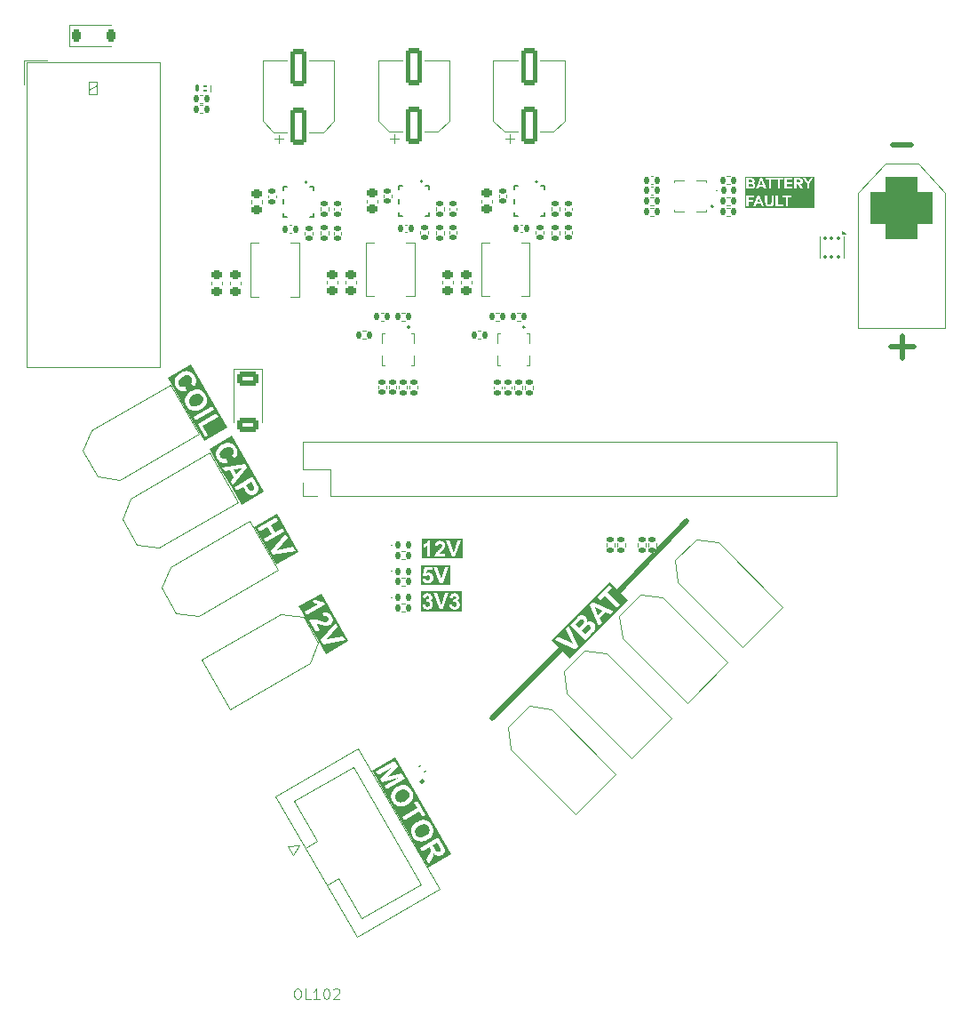
<source format=gbr>
%TF.GenerationSoftware,KiCad,Pcbnew,8.0.0*%
%TF.CreationDate,2024-03-25T03:27:09+00:00*%
%TF.ProjectId,main_PCB_v2,6d61696e-5f50-4434-925f-76322e6b6963,rev?*%
%TF.SameCoordinates,Original*%
%TF.FileFunction,Legend,Top*%
%TF.FilePolarity,Positive*%
%FSLAX46Y46*%
G04 Gerber Fmt 4.6, Leading zero omitted, Abs format (unit mm)*
G04 Created by KiCad (PCBNEW 8.0.0) date 2024-03-25 03:27:09*
%MOMM*%
%LPD*%
G01*
G04 APERTURE LIST*
G04 Aperture macros list*
%AMRoundRect*
0 Rectangle with rounded corners*
0 $1 Rounding radius*
0 $2 $3 $4 $5 $6 $7 $8 $9 X,Y pos of 4 corners*
0 Add a 4 corners polygon primitive as box body*
4,1,4,$2,$3,$4,$5,$6,$7,$8,$9,$2,$3,0*
0 Add four circle primitives for the rounded corners*
1,1,$1+$1,$2,$3*
1,1,$1+$1,$4,$5*
1,1,$1+$1,$6,$7*
1,1,$1+$1,$8,$9*
0 Add four rect primitives between the rounded corners*
20,1,$1+$1,$2,$3,$4,$5,0*
20,1,$1+$1,$4,$5,$6,$7,0*
20,1,$1+$1,$6,$7,$8,$9,0*
20,1,$1+$1,$8,$9,$2,$3,0*%
%AMRotRect*
0 Rectangle, with rotation*
0 The origin of the aperture is its center*
0 $1 length*
0 $2 width*
0 $3 Rotation angle, in degrees counterclockwise*
0 Add horizontal line*
21,1,$1,$2,0,0,$3*%
%AMFreePoly0*
4,1,7,0.114300,0.025000,0.470000,0.025000,0.470000,-0.381000,-0.114300,-0.381000,-0.114300,0.381000,0.114300,0.381000,0.114300,0.025000,0.114300,0.025000,$1*%
%AMFreePoly1*
4,1,7,0.470000,-0.025000,0.114300,-0.025000,0.114300,-0.381000,-0.114300,-0.381000,-0.114300,0.381000,0.470000,0.381000,0.470000,-0.025000,0.470000,-0.025000,$1*%
G04 Aperture macros list end*
%ADD10C,0.500000*%
%ADD11C,0.400000*%
%ADD12C,0.200000*%
%ADD13C,0.100000*%
%ADD14C,0.120000*%
%ADD15C,0.152400*%
%ADD16C,0.173329*%
%ADD17C,0.250000*%
%ADD18RoundRect,0.135000X0.185000X-0.135000X0.185000X0.135000X-0.185000X0.135000X-0.185000X-0.135000X0*%
%ADD19RotRect,3.800000X3.800000X315.000000*%
%ADD20C,4.000000*%
%ADD21RoundRect,0.225000X0.250000X-0.225000X0.250000X0.225000X-0.250000X0.225000X-0.250000X-0.225000X0*%
%ADD22RoundRect,0.135000X0.135000X0.185000X-0.135000X0.185000X-0.135000X-0.185000X0.135000X-0.185000X0*%
%ADD23RoundRect,0.140000X0.170000X-0.140000X0.170000X0.140000X-0.170000X0.140000X-0.170000X-0.140000X0*%
%ADD24RoundRect,0.093750X-0.106250X0.093750X-0.106250X-0.093750X0.106250X-0.093750X0.106250X0.093750X0*%
%ADD25R,1.600000X1.000000*%
%ADD26RoundRect,0.135000X-0.135000X-0.185000X0.135000X-0.185000X0.135000X0.185000X-0.135000X0.185000X0*%
%ADD27RoundRect,0.135000X-0.185000X0.135000X-0.185000X-0.135000X0.185000X-0.135000X0.185000X0.135000X0*%
%ADD28RotRect,3.800000X3.800000X30.000000*%
%ADD29RoundRect,0.140000X-0.170000X0.140000X-0.170000X-0.140000X0.170000X-0.140000X0.170000X0.140000X0*%
%ADD30R,0.240000X0.600000*%
%ADD31R,2.400000X1.650000*%
%ADD32R,0.500000X0.250000*%
%ADD33RoundRect,0.250000X0.550000X-1.500000X0.550000X1.500000X-0.550000X1.500000X-0.550000X-1.500000X0*%
%ADD34RoundRect,0.140000X-0.140000X-0.170000X0.140000X-0.170000X0.140000X0.170000X-0.140000X0.170000X0*%
%ADD35R,2.500000X1.500000*%
%ADD36FreePoly0,0.000000*%
%ADD37R,0.254000X0.609600*%
%ADD38FreePoly1,180.000000*%
%ADD39FreePoly0,180.000000*%
%ADD40FreePoly1,0.000000*%
%ADD41R,1.295400X0.355600*%
%ADD42RoundRect,0.140000X0.140000X0.170000X-0.140000X0.170000X-0.140000X-0.170000X0.140000X-0.170000X0*%
%ADD43C,3.200000*%
%ADD44C,0.800000*%
%ADD45C,6.400000*%
%ADD46RotRect,0.300000X0.700000X135.000000*%
%ADD47RotRect,1.000000X1.700000X45.000000*%
%ADD48RoundRect,0.147500X-0.147500X-0.172500X0.147500X-0.172500X0.147500X0.172500X-0.147500X0.172500X0*%
%ADD49RoundRect,0.225000X-0.250000X0.225000X-0.250000X-0.225000X0.250000X-0.225000X0.250000X0.225000X0*%
%ADD50RotRect,3.800000X3.800000X210.000000*%
%ADD51C,2.000000*%
%ADD52R,2.000000X2.000000*%
%ADD53R,0.600000X0.240000*%
%ADD54R,1.650000X2.400000*%
%ADD55R,0.250000X0.500000*%
%ADD56RoundRect,0.250000X-0.219615X-0.819615X0.819615X-0.219615X0.219615X0.819615X-0.819615X0.219615X0*%
%ADD57C,1.700000*%
%ADD58RoundRect,0.250000X-0.800000X0.450000X-0.800000X-0.450000X0.800000X-0.450000X0.800000X0.450000X0*%
%ADD59RoundRect,0.140000X0.021213X-0.219203X0.219203X-0.021213X-0.021213X0.219203X-0.219203X0.021213X0*%
%ADD60R,1.700000X1.700000*%
%ADD61O,1.700000X1.700000*%
%ADD62RoundRect,0.225000X-0.225000X-0.375000X0.225000X-0.375000X0.225000X0.375000X-0.225000X0.375000X0*%
%ADD63RoundRect,0.062500X0.137500X-0.062500X0.137500X0.062500X-0.137500X0.062500X-0.137500X-0.062500X0*%
%ADD64RoundRect,0.100000X-0.100000X-0.250000X0.100000X-0.250000X0.100000X0.250000X-0.100000X0.250000X0*%
%ADD65RoundRect,1.500000X-1.500000X1.500000X-1.500000X-1.500000X1.500000X-1.500000X1.500000X1.500000X0*%
%ADD66C,6.000000*%
G04 APERTURE END LIST*
D10*
X205800000Y-80600000D02*
X205800000Y-82700000D01*
X204700000Y-81600000D02*
X206900000Y-81600000D01*
X204900000Y-62400000D02*
X206700000Y-62400000D01*
X173300000Y-110400000D02*
X166700000Y-117000000D01*
X178800000Y-104900000D02*
X185300000Y-98200000D01*
D11*
G36*
X175994394Y-108133738D02*
G01*
X176073596Y-108191022D01*
X176122810Y-108253576D01*
X176152695Y-108350948D01*
X176146881Y-108418224D01*
X176104338Y-108511219D01*
X176057215Y-108569523D01*
X175985819Y-108645929D01*
X175915743Y-108717084D01*
X175649431Y-108983396D01*
X175273623Y-108607588D01*
X175505740Y-108375472D01*
X175541559Y-108340011D01*
X175617108Y-108268084D01*
X175697728Y-108197853D01*
X175781378Y-108140592D01*
X175835113Y-108120118D01*
X175935432Y-108115031D01*
X175994394Y-108133738D01*
G37*
G36*
X175334823Y-107583069D02*
G01*
X175418005Y-107640436D01*
X175462957Y-107699411D01*
X175487433Y-107794835D01*
X175473412Y-107873792D01*
X175422841Y-107962360D01*
X175366153Y-108025659D01*
X175294736Y-108099531D01*
X175219048Y-108175824D01*
X175030453Y-108364419D01*
X174698858Y-108032824D01*
X174863965Y-107867717D01*
X174876507Y-107855184D01*
X174955801Y-107776485D01*
X175035893Y-107698518D01*
X175114734Y-107626620D01*
X175174916Y-107589040D01*
X175273278Y-107568936D01*
X175334823Y-107583069D01*
G37*
G36*
X177212764Y-106756873D02*
G01*
X176824176Y-107145461D01*
X176508124Y-106444621D01*
X177212764Y-106756873D01*
G37*
G36*
X179658914Y-105774523D02*
G01*
X174138947Y-111294490D01*
X172387765Y-109543308D01*
X172702034Y-109543308D01*
X174648083Y-110471084D01*
X174955154Y-110164013D01*
X174028069Y-108217273D01*
X173723071Y-108522272D01*
X174435309Y-109932242D01*
X173013941Y-109231402D01*
X172702034Y-109543308D01*
X172387765Y-109543308D01*
X173854037Y-108077036D01*
X174168306Y-108077036D01*
X174698858Y-108607588D01*
X175605218Y-109513948D01*
X176090176Y-109028990D01*
X176139506Y-108978786D01*
X176213574Y-108902829D01*
X176289009Y-108824415D01*
X176358476Y-108750490D01*
X176427298Y-108672526D01*
X176478385Y-108600394D01*
X176523905Y-108511046D01*
X176552337Y-108412085D01*
X176559547Y-108345335D01*
X176554010Y-108244237D01*
X176528849Y-108141974D01*
X176502209Y-108075741D01*
X176450429Y-107985783D01*
X176384467Y-107907094D01*
X176368861Y-107892036D01*
X176286381Y-107828728D01*
X176196479Y-107785390D01*
X176099157Y-107762021D01*
X176068851Y-107758943D01*
X175966954Y-107763152D01*
X175863709Y-107789625D01*
X175769634Y-107832485D01*
X175789452Y-107764871D01*
X175800235Y-107662478D01*
X175788286Y-107558919D01*
X175768339Y-107491823D01*
X175721903Y-107399922D01*
X175655648Y-107318512D01*
X175619530Y-107285478D01*
X175535191Y-107228985D01*
X175442529Y-107193128D01*
X175412867Y-107185918D01*
X175311089Y-107173601D01*
X175212485Y-107181384D01*
X175184895Y-107187159D01*
X175091732Y-107219441D01*
X175003857Y-107270500D01*
X174957820Y-107305231D01*
X174880183Y-107371534D01*
X174808019Y-107438711D01*
X174737544Y-107507798D01*
X174212518Y-108032824D01*
X174168306Y-108077036D01*
X173854037Y-108077036D01*
X175691626Y-106239447D01*
X176005896Y-106239447D01*
X176096776Y-106444621D01*
X176888077Y-108231090D01*
X177193075Y-107926091D01*
X176978920Y-107477056D01*
X177548504Y-106907473D01*
X178004447Y-107114720D01*
X178317044Y-106802122D01*
X176309858Y-105935485D01*
X176005896Y-106239447D01*
X175691626Y-106239447D01*
X176461894Y-105469179D01*
X176776163Y-105469179D01*
X177019333Y-105712349D01*
X177441771Y-105289910D01*
X178635514Y-106483653D01*
X178923241Y-106195925D01*
X177729499Y-105002183D01*
X178150901Y-104580781D01*
X177907732Y-104337611D01*
X176776163Y-105469179D01*
X176461894Y-105469179D01*
X177907732Y-104023341D01*
X179658914Y-105774523D01*
G37*
G36*
X138755733Y-86084942D02*
G01*
X138783881Y-86091342D01*
X138888455Y-86130380D01*
X138980203Y-86190925D01*
X139049963Y-86261543D01*
X139109904Y-86348627D01*
X139124818Y-86375810D01*
X139164752Y-86470985D01*
X139187032Y-86579825D01*
X139184395Y-86688739D01*
X139161647Y-86784098D01*
X139156836Y-86797668D01*
X139110536Y-86890354D01*
X139042148Y-86979004D01*
X138965950Y-87051776D01*
X138873524Y-87121584D01*
X138784107Y-87177492D01*
X138764959Y-87188372D01*
X138671435Y-87236218D01*
X138564082Y-87279220D01*
X138462049Y-87306501D01*
X138349732Y-87318456D01*
X138244656Y-87309011D01*
X138216150Y-87302583D01*
X138123139Y-87269970D01*
X138029712Y-87213434D01*
X137950016Y-87136351D01*
X137891545Y-87052047D01*
X137877112Y-87025651D01*
X137838736Y-86932294D01*
X137818003Y-86823750D01*
X137821935Y-86713234D01*
X137845611Y-86614914D01*
X137856032Y-86586836D01*
X137906285Y-86491814D01*
X137966421Y-86414393D01*
X138042307Y-86340690D01*
X138133942Y-86270704D01*
X138222336Y-86215222D01*
X138241324Y-86204433D01*
X138334021Y-86156987D01*
X138440319Y-86114355D01*
X138541229Y-86087327D01*
X138652148Y-86075515D01*
X138755733Y-86084942D01*
G37*
G36*
X141454936Y-89278109D02*
G01*
X139256035Y-90547645D01*
X138362956Y-89000787D01*
X138655656Y-89000787D01*
X139364449Y-90228452D01*
X139662270Y-90056505D01*
X139156687Y-89180810D01*
X140618717Y-88336707D01*
X140415507Y-87984737D01*
X138655656Y-89000787D01*
X138362956Y-89000787D01*
X137962398Y-88307000D01*
X138255098Y-88307000D01*
X138458308Y-88658970D01*
X140218159Y-87642919D01*
X140014949Y-87290949D01*
X138255098Y-88307000D01*
X137962398Y-88307000D01*
X137034820Y-86700388D01*
X137441786Y-86700388D01*
X137449035Y-86817874D01*
X137450195Y-86823750D01*
X137472431Y-86936421D01*
X137502773Y-87032022D01*
X137543448Y-87128303D01*
X137594457Y-87225263D01*
X137652255Y-87316717D01*
X137714763Y-87399017D01*
X137781981Y-87472165D01*
X137872627Y-87550729D01*
X137970631Y-87614990D01*
X138075995Y-87664951D01*
X138188718Y-87700610D01*
X138235483Y-87710698D01*
X138354181Y-87724421D01*
X138475431Y-87721716D01*
X138574267Y-87707724D01*
X138674736Y-87683218D01*
X138776838Y-87648197D01*
X138880572Y-87602663D01*
X138985939Y-87546615D01*
X139038250Y-87515209D01*
X139135327Y-87449519D01*
X139222346Y-87379995D01*
X139299307Y-87306636D01*
X139366211Y-87229442D01*
X139423056Y-87148413D01*
X139479969Y-87041735D01*
X139521166Y-86929064D01*
X139546585Y-86812944D01*
X139555897Y-86696070D01*
X139549103Y-86578443D01*
X139526202Y-86460062D01*
X139496285Y-86364815D01*
X139456060Y-86269085D01*
X139405526Y-86172873D01*
X139390010Y-86146624D01*
X139333193Y-86060262D01*
X139272472Y-85982471D01*
X139198294Y-85904061D01*
X139119016Y-85836845D01*
X139111335Y-85831116D01*
X139021180Y-85774641D01*
X138930196Y-85733717D01*
X138830617Y-85702711D01*
X138809913Y-85697756D01*
X138706043Y-85679926D01*
X138601585Y-85673671D01*
X138496540Y-85678993D01*
X138394955Y-85696325D01*
X138289545Y-85726013D01*
X138196149Y-85761294D01*
X138099945Y-85805654D01*
X138000930Y-85859092D01*
X137975059Y-85874327D01*
X137877679Y-85937728D01*
X137790062Y-86005064D01*
X137712207Y-86076334D01*
X137644116Y-86151539D01*
X137572731Y-86251079D01*
X137516601Y-86356766D01*
X137475725Y-86468601D01*
X137450682Y-86583964D01*
X137441786Y-86700388D01*
X137034820Y-86700388D01*
X136052379Y-84998750D01*
X136455640Y-84998750D01*
X136468912Y-85109263D01*
X136497151Y-85219178D01*
X136540357Y-85328493D01*
X136585698Y-85415514D01*
X136606295Y-85449926D01*
X136671982Y-85544750D01*
X136743512Y-85626960D01*
X136820888Y-85696555D01*
X136904107Y-85753535D01*
X136993170Y-85797900D01*
X137055937Y-85820411D01*
X137155266Y-85843058D01*
X137260811Y-85852360D01*
X137372572Y-85848316D01*
X137470454Y-85834752D01*
X137572653Y-85811921D01*
X137483848Y-85408001D01*
X137416325Y-85426794D01*
X137315596Y-85444911D01*
X137213024Y-85447709D01*
X137112404Y-85428983D01*
X137025515Y-85389770D01*
X136945427Y-85325859D01*
X136881565Y-85240183D01*
X136837889Y-85144445D01*
X136816770Y-85047599D01*
X136818208Y-84949645D01*
X136842204Y-84850584D01*
X136857693Y-84813316D01*
X136911424Y-84727036D01*
X136977079Y-84653839D01*
X137060826Y-84581341D01*
X137144436Y-84521461D01*
X137240609Y-84462065D01*
X137334764Y-84411630D01*
X137441194Y-84365253D01*
X137540471Y-84334310D01*
X137647255Y-84317713D01*
X137757373Y-84324467D01*
X137855261Y-84354675D01*
X137941162Y-84403930D01*
X138015075Y-84472234D01*
X138077001Y-84559587D01*
X138117488Y-84647744D01*
X138138477Y-84745588D01*
X138134799Y-84844344D01*
X138110790Y-84931235D01*
X138062546Y-85019190D01*
X137991427Y-85099156D01*
X138246832Y-85416479D01*
X138269753Y-85392996D01*
X138341520Y-85310828D01*
X138400136Y-85228695D01*
X138451023Y-85134872D01*
X138484733Y-85041096D01*
X138494332Y-85001646D01*
X138509098Y-84902859D01*
X138510675Y-84803837D01*
X138499061Y-84704581D01*
X138474257Y-84605090D01*
X138436263Y-84505366D01*
X138385080Y-84405407D01*
X138344041Y-84339169D01*
X138285029Y-84258481D01*
X138204363Y-84169884D01*
X138116031Y-84094912D01*
X138020032Y-84033565D01*
X137916366Y-83985845D01*
X137805033Y-83951749D01*
X137758750Y-83942201D01*
X137640882Y-83929817D01*
X137519928Y-83933839D01*
X137420941Y-83948870D01*
X137319980Y-83974401D01*
X137217043Y-84010432D01*
X137112131Y-84056963D01*
X137005243Y-84113995D01*
X136980049Y-84128831D01*
X136885164Y-84190594D01*
X136799703Y-84256222D01*
X136723666Y-84325716D01*
X136657052Y-84399076D01*
X136587037Y-84496213D01*
X136531747Y-84599391D01*
X136491181Y-84708610D01*
X136473999Y-84775925D01*
X136457336Y-84887637D01*
X136455640Y-84998750D01*
X136052379Y-84998750D01*
X135796374Y-84555336D01*
X137995275Y-83285800D01*
X141454936Y-89278109D01*
G37*
G36*
X143891133Y-94692487D02*
G01*
X143935134Y-94770007D01*
X143983821Y-94860746D01*
X144025590Y-94952727D01*
X144043945Y-95040677D01*
X144031264Y-95138410D01*
X143986382Y-95220163D01*
X143909094Y-95283400D01*
X143851372Y-95309269D01*
X143752454Y-95320815D01*
X143693895Y-95309147D01*
X143604343Y-95259672D01*
X143595736Y-95252219D01*
X143529707Y-95174579D01*
X143473752Y-95091186D01*
X143416979Y-94996699D01*
X143305605Y-94803792D01*
X143792948Y-94522424D01*
X143891133Y-94692487D01*
G37*
G36*
X142354886Y-93782361D02*
G01*
X142080113Y-93306440D01*
X142838873Y-93182549D01*
X142354886Y-93782361D01*
G37*
G36*
X144989513Y-95400179D02*
G01*
X142817688Y-96654082D01*
X141870864Y-95014134D01*
X142127464Y-95014134D01*
X142330918Y-95366528D01*
X143007784Y-94975739D01*
X143140408Y-95205450D01*
X143198855Y-95303926D01*
X143253450Y-95390213D01*
X143311128Y-95473902D01*
X143376149Y-95556124D01*
X143400261Y-95580872D01*
X143478146Y-95643005D01*
X143564154Y-95691251D01*
X143615397Y-95711985D01*
X143717895Y-95735658D01*
X143820971Y-95740397D01*
X143838894Y-95739475D01*
X143939852Y-95722159D01*
X144035131Y-95688434D01*
X144123731Y-95643438D01*
X144208148Y-95588249D01*
X144288811Y-95518508D01*
X144352606Y-95441654D01*
X144404212Y-95346693D01*
X144424009Y-95291538D01*
X144444810Y-95192772D01*
X144446538Y-95094666D01*
X144429195Y-94997221D01*
X144416035Y-94956978D01*
X144373193Y-94858816D01*
X144322844Y-94759602D01*
X144267830Y-94658635D01*
X144213623Y-94563267D01*
X143887314Y-93998084D01*
X142491787Y-94803792D01*
X142127464Y-95014134D01*
X141870864Y-95014134D01*
X140758338Y-93087183D01*
X141014938Y-93087183D01*
X141141526Y-93306440D01*
X141230604Y-93460728D01*
X141719766Y-93370089D01*
X142122522Y-94067683D01*
X141804330Y-94454451D01*
X142025370Y-94837303D01*
X143381976Y-93122812D01*
X143167042Y-92750536D01*
X141014938Y-93087183D01*
X140758338Y-93087183D01*
X140032897Y-91830682D01*
X140400058Y-91830682D01*
X140413329Y-91941195D01*
X140441568Y-92051110D01*
X140484774Y-92160425D01*
X140530116Y-92247446D01*
X140550712Y-92281858D01*
X140616399Y-92376682D01*
X140687930Y-92458892D01*
X140765305Y-92528487D01*
X140848524Y-92585467D01*
X140937588Y-92629832D01*
X141000354Y-92652343D01*
X141099683Y-92674990D01*
X141205228Y-92684292D01*
X141316989Y-92680248D01*
X141414872Y-92666684D01*
X141517071Y-92643853D01*
X141428265Y-92239933D01*
X141360743Y-92258726D01*
X141260013Y-92276843D01*
X141157442Y-92279641D01*
X141056822Y-92260915D01*
X140969933Y-92221702D01*
X140889844Y-92157791D01*
X140825982Y-92072115D01*
X140782306Y-91976377D01*
X140761188Y-91879531D01*
X140762626Y-91781577D01*
X140786621Y-91682516D01*
X140802111Y-91645248D01*
X140855842Y-91558968D01*
X140921497Y-91485771D01*
X141005244Y-91413273D01*
X141088853Y-91353393D01*
X141185026Y-91293997D01*
X141279181Y-91243562D01*
X141385611Y-91197185D01*
X141484888Y-91166242D01*
X141591672Y-91149645D01*
X141701790Y-91156399D01*
X141799679Y-91186607D01*
X141885579Y-91235862D01*
X141959493Y-91304166D01*
X142021418Y-91391519D01*
X142061905Y-91479676D01*
X142082895Y-91577520D01*
X142079216Y-91676276D01*
X142055208Y-91763167D01*
X142006963Y-91851122D01*
X141935844Y-91931088D01*
X142191250Y-92248411D01*
X142214170Y-92224928D01*
X142285938Y-92142760D01*
X142344554Y-92060627D01*
X142395441Y-91966804D01*
X142429150Y-91873028D01*
X142438750Y-91833578D01*
X142453516Y-91734791D01*
X142455092Y-91635769D01*
X142443478Y-91536513D01*
X142418675Y-91437022D01*
X142380681Y-91337298D01*
X142329497Y-91237339D01*
X142288458Y-91171101D01*
X142229446Y-91090413D01*
X142148781Y-91001816D01*
X142060449Y-90926844D01*
X141964449Y-90865497D01*
X141860783Y-90817777D01*
X141749451Y-90783681D01*
X141703168Y-90774133D01*
X141585300Y-90761749D01*
X141464345Y-90765771D01*
X141365359Y-90780802D01*
X141264398Y-90806333D01*
X141161461Y-90842364D01*
X141056548Y-90888895D01*
X140949661Y-90945927D01*
X140924467Y-90960763D01*
X140829582Y-91022526D01*
X140744121Y-91088154D01*
X140668083Y-91157648D01*
X140601469Y-91231008D01*
X140531454Y-91328145D01*
X140476164Y-91431323D01*
X140435598Y-91540542D01*
X140418416Y-91607857D01*
X140401753Y-91719569D01*
X140400058Y-91830682D01*
X140032897Y-91830682D01*
X139767867Y-91371636D01*
X141939691Y-90117733D01*
X144989513Y-95400179D01*
G37*
G36*
X148270359Y-101145295D02*
G01*
X146125608Y-102383568D01*
X145372713Y-101079515D01*
X145629313Y-101079515D01*
X145846445Y-101455599D01*
X147966798Y-101063957D01*
X147751131Y-100690412D01*
X146204864Y-101013455D01*
X147249701Y-99821909D01*
X147029149Y-99439903D01*
X145629313Y-101079515D01*
X145372713Y-101079515D01*
X144106315Y-98886048D01*
X144362914Y-98886048D01*
X144566124Y-99238018D01*
X145324213Y-98800335D01*
X145722818Y-99490738D01*
X144964728Y-99928421D01*
X145167938Y-100280391D01*
X146927789Y-99264341D01*
X146724579Y-98912371D01*
X146020638Y-99318791D01*
X145622034Y-98628388D01*
X146325974Y-98221968D01*
X146122764Y-97869997D01*
X144362914Y-98886048D01*
X144106315Y-98886048D01*
X144059353Y-98804708D01*
X146204104Y-97566436D01*
X148270359Y-101145295D01*
G37*
G36*
X153043911Y-109628719D02*
G01*
X150899160Y-110866992D01*
X150146265Y-109562939D01*
X150402865Y-109562939D01*
X150619997Y-109939023D01*
X152740350Y-109547381D01*
X152524683Y-109173836D01*
X150978416Y-109496878D01*
X152023253Y-108305333D01*
X151802701Y-107923327D01*
X150402865Y-109562939D01*
X150146265Y-109562939D01*
X149043264Y-107652486D01*
X149299864Y-107652486D01*
X149976661Y-108824733D01*
X150301556Y-108637154D01*
X149918095Y-107972980D01*
X149952772Y-107974326D01*
X150049886Y-107988268D01*
X150064864Y-107991554D01*
X150162957Y-108018029D01*
X150262458Y-108048003D01*
X150357717Y-108077903D01*
X150400884Y-108091395D01*
X150505350Y-108122370D01*
X150604367Y-108148518D01*
X150705909Y-108169055D01*
X150797945Y-108179274D01*
X150902076Y-108182533D01*
X151005186Y-108174508D01*
X151069651Y-108161967D01*
X151163201Y-108131751D01*
X151252976Y-108087852D01*
X151278182Y-108072530D01*
X151356970Y-108012239D01*
X151429043Y-107930642D01*
X151481947Y-107835505D01*
X151512513Y-107741153D01*
X151525463Y-107654680D01*
X151522575Y-107551103D01*
X151500306Y-107444625D01*
X151465793Y-107351050D01*
X151417042Y-107255345D01*
X151381787Y-107198785D01*
X151314105Y-107111108D01*
X151238804Y-107037817D01*
X151155883Y-106978911D01*
X151065343Y-106934391D01*
X151051820Y-106929286D01*
X150952317Y-106905626D01*
X150844344Y-106903105D01*
X150745054Y-106917769D01*
X150639541Y-106947964D01*
X150546859Y-106984990D01*
X150706326Y-107337397D01*
X150752267Y-107316621D01*
X150851993Y-107286661D01*
X150955739Y-107288724D01*
X150961844Y-107290402D01*
X151049511Y-107338321D01*
X151114581Y-107419254D01*
X151152922Y-107515932D01*
X151150675Y-107619524D01*
X151147219Y-107631219D01*
X151095418Y-107716192D01*
X151014872Y-107778026D01*
X150968981Y-107800121D01*
X150873003Y-107824020D01*
X150772001Y-107826307D01*
X150733867Y-107821294D01*
X150636179Y-107800308D01*
X150534379Y-107773351D01*
X150429141Y-107742839D01*
X150328763Y-107712190D01*
X150226867Y-107681256D01*
X150108690Y-107648162D01*
X150000727Y-107621262D01*
X149902977Y-107600557D01*
X149799160Y-107583886D01*
X149696628Y-107575709D01*
X149592684Y-107578611D01*
X149491908Y-107592374D01*
X149394302Y-107616999D01*
X149299864Y-107652486D01*
X149043264Y-107652486D01*
X148590438Y-106868168D01*
X148847038Y-106868168D01*
X149039990Y-107202370D01*
X150799840Y-106186320D01*
X150643281Y-105915151D01*
X150547484Y-105924348D01*
X150449591Y-105918679D01*
X150349602Y-105898145D01*
X150247517Y-105862746D01*
X150185352Y-105835396D01*
X150094874Y-105789540D01*
X150006309Y-105734870D01*
X149924323Y-105670298D01*
X149599427Y-105857876D01*
X149628604Y-105882148D01*
X149718840Y-105949301D01*
X149813137Y-106007962D01*
X149911495Y-106058132D01*
X150013913Y-106099810D01*
X150120391Y-106132997D01*
X148847038Y-106868168D01*
X148590438Y-106868168D01*
X148294105Y-106354904D01*
X150438856Y-105116632D01*
X153043911Y-109628719D01*
G37*
G36*
X161651480Y-129114288D02*
G01*
X161700533Y-129199904D01*
X161748857Y-129286369D01*
X161793813Y-129374493D01*
X161812623Y-129448103D01*
X161803665Y-129545919D01*
X161769531Y-129608426D01*
X161691595Y-129673232D01*
X161643967Y-129696048D01*
X161542653Y-129711279D01*
X161499221Y-129703162D01*
X161413405Y-129654476D01*
X161374220Y-129609747D01*
X161314134Y-129522505D01*
X161261710Y-129437922D01*
X161209982Y-129350009D01*
X161059528Y-129089416D01*
X161492722Y-128839311D01*
X161651480Y-129114288D01*
G37*
G36*
X160321279Y-127097542D02*
G01*
X160349426Y-127103941D01*
X160454000Y-127142980D01*
X160545749Y-127203525D01*
X160615509Y-127274143D01*
X160675449Y-127361227D01*
X160690363Y-127388410D01*
X160730298Y-127483585D01*
X160752578Y-127592425D01*
X160749941Y-127701339D01*
X160727193Y-127796698D01*
X160722382Y-127810268D01*
X160676082Y-127902954D01*
X160607694Y-127991603D01*
X160531496Y-128064376D01*
X160439070Y-128134184D01*
X160349653Y-128190092D01*
X160330505Y-128200971D01*
X160236981Y-128248817D01*
X160129628Y-128291820D01*
X160027594Y-128319100D01*
X159915278Y-128331056D01*
X159810202Y-128321611D01*
X159781696Y-128315182D01*
X159688684Y-128282570D01*
X159595258Y-128226034D01*
X159515562Y-128148950D01*
X159457091Y-128064646D01*
X159442658Y-128038250D01*
X159404282Y-127944894D01*
X159383548Y-127836350D01*
X159387481Y-127725834D01*
X159411157Y-127627514D01*
X159421577Y-127599435D01*
X159471831Y-127504414D01*
X159531967Y-127426993D01*
X159607852Y-127353290D01*
X159699488Y-127283304D01*
X159787881Y-127227822D01*
X159806870Y-127217033D01*
X159899567Y-127169587D01*
X160005865Y-127126955D01*
X160106775Y-127099927D01*
X160217694Y-127088115D01*
X160321279Y-127097542D01*
G37*
G36*
X158403484Y-123775824D02*
G01*
X158431632Y-123782223D01*
X158536205Y-123821262D01*
X158627954Y-123881807D01*
X158697714Y-123952425D01*
X158757655Y-124039509D01*
X158772568Y-124066692D01*
X158812503Y-124161867D01*
X158834783Y-124270707D01*
X158832146Y-124379621D01*
X158809398Y-124474980D01*
X158804587Y-124488550D01*
X158758287Y-124581236D01*
X158689899Y-124669885D01*
X158613701Y-124742658D01*
X158521275Y-124812466D01*
X158431858Y-124868374D01*
X158412710Y-124879253D01*
X158319186Y-124927099D01*
X158211833Y-124970102D01*
X158109800Y-124997382D01*
X157997483Y-125009338D01*
X157892407Y-124999893D01*
X157863901Y-124993464D01*
X157770890Y-124960852D01*
X157677463Y-124904316D01*
X157597767Y-124827232D01*
X157539296Y-124742928D01*
X157524863Y-124716532D01*
X157486487Y-124623175D01*
X157465754Y-124514632D01*
X157469686Y-124404116D01*
X157493362Y-124305796D01*
X157503782Y-124277717D01*
X157554036Y-124182695D01*
X157614172Y-124105275D01*
X157690058Y-124031572D01*
X157781693Y-123961586D01*
X157870087Y-123906104D01*
X157889075Y-123895314D01*
X157981772Y-123847869D01*
X158088070Y-123805237D01*
X158188980Y-123778209D01*
X158299899Y-123766397D01*
X158403484Y-123775824D01*
G37*
G36*
X162823377Y-129949315D02*
G01*
X160624478Y-131218850D01*
X159534784Y-129331445D01*
X159827482Y-129331445D01*
X160030692Y-129683415D01*
X160761707Y-129261363D01*
X160802984Y-129332857D01*
X160807310Y-129340392D01*
X160853349Y-129428693D01*
X160885862Y-129521346D01*
X160890346Y-129569013D01*
X160875006Y-129668628D01*
X160857218Y-129719334D01*
X160817596Y-129812881D01*
X160771991Y-129911851D01*
X160729673Y-130000156D01*
X160489625Y-130478309D01*
X160732891Y-130899658D01*
X160952456Y-130488608D01*
X160998747Y-130401268D01*
X161044274Y-130310382D01*
X161085123Y-130221033D01*
X161121814Y-130123467D01*
X161140111Y-130053140D01*
X161155570Y-129951345D01*
X161160767Y-129849973D01*
X161181689Y-129875582D01*
X161256699Y-129954779D01*
X161334483Y-130017745D01*
X161426777Y-130069832D01*
X161522696Y-130100718D01*
X161620718Y-130111494D01*
X161719077Y-130102828D01*
X161817774Y-130074718D01*
X161916808Y-130027164D01*
X161936065Y-130015650D01*
X162023082Y-129951529D01*
X162094654Y-129876496D01*
X162150782Y-129790549D01*
X162189096Y-129698363D01*
X162207929Y-129595148D01*
X162202339Y-129490037D01*
X162191009Y-129438889D01*
X162159088Y-129344279D01*
X162117234Y-129248596D01*
X162071014Y-129157001D01*
X162015247Y-129056562D01*
X161587333Y-128315394D01*
X160246688Y-129089416D01*
X159827482Y-129331445D01*
X159534784Y-129331445D01*
X158600368Y-127712988D01*
X159007331Y-127712988D01*
X159014581Y-127830474D01*
X159015741Y-127836350D01*
X159037977Y-127949020D01*
X159068319Y-128044622D01*
X159108994Y-128140903D01*
X159160003Y-128237862D01*
X159217801Y-128329316D01*
X159280309Y-128411617D01*
X159347527Y-128484765D01*
X159438172Y-128563328D01*
X159536177Y-128627590D01*
X159641541Y-128677551D01*
X159754264Y-128713209D01*
X159801029Y-128723298D01*
X159919727Y-128737021D01*
X160040977Y-128734316D01*
X160139813Y-128720324D01*
X160240282Y-128695817D01*
X160342384Y-128660797D01*
X160446118Y-128615263D01*
X160551485Y-128559215D01*
X160603795Y-128527808D01*
X160700873Y-128462119D01*
X160787892Y-128392595D01*
X160864853Y-128319236D01*
X160931756Y-128242042D01*
X160988602Y-128161013D01*
X161045515Y-128054334D01*
X161086712Y-127941664D01*
X161112131Y-127825544D01*
X161121443Y-127708670D01*
X161114648Y-127591043D01*
X161091748Y-127472662D01*
X161061831Y-127377415D01*
X161021605Y-127281685D01*
X160971072Y-127185473D01*
X160955556Y-127159224D01*
X160898739Y-127072862D01*
X160838017Y-126995071D01*
X160763840Y-126916661D01*
X160684561Y-126849445D01*
X160676881Y-126843716D01*
X160586725Y-126787241D01*
X160495741Y-126746316D01*
X160396163Y-126715311D01*
X160375459Y-126710356D01*
X160271589Y-126692525D01*
X160167131Y-126686271D01*
X160062086Y-126691593D01*
X159960500Y-126708925D01*
X159855090Y-126738612D01*
X159761695Y-126773894D01*
X159665490Y-126818254D01*
X159566476Y-126871692D01*
X159540605Y-126886927D01*
X159443225Y-126950328D01*
X159355607Y-127017664D01*
X159277753Y-127088934D01*
X159209662Y-127164139D01*
X159138277Y-127263678D01*
X159082147Y-127369366D01*
X159041271Y-127481201D01*
X159016228Y-127596564D01*
X159007331Y-127712988D01*
X158600368Y-127712988D01*
X157842914Y-126401039D01*
X158135612Y-126401039D01*
X158339067Y-126753433D01*
X159801096Y-125909329D01*
X160099073Y-126425439D01*
X160396893Y-126253492D01*
X159596754Y-124867610D01*
X159298933Y-125039557D01*
X159597642Y-125556936D01*
X158135612Y-126401039D01*
X157842914Y-126401039D01*
X156682573Y-124391270D01*
X157089536Y-124391270D01*
X157096786Y-124508756D01*
X157097946Y-124514632D01*
X157120182Y-124627302D01*
X157150524Y-124722904D01*
X157191199Y-124819185D01*
X157242208Y-124916144D01*
X157300006Y-125007598D01*
X157362514Y-125089899D01*
X157429732Y-125163047D01*
X157520377Y-125241610D01*
X157618382Y-125305872D01*
X157723746Y-125355832D01*
X157836469Y-125391491D01*
X157883234Y-125401580D01*
X158001932Y-125415303D01*
X158123182Y-125412598D01*
X158222018Y-125398605D01*
X158322487Y-125374099D01*
X158424589Y-125339079D01*
X158528323Y-125293545D01*
X158633690Y-125237497D01*
X158686001Y-125206090D01*
X158783078Y-125140401D01*
X158870097Y-125070877D01*
X158947058Y-124997518D01*
X159013962Y-124920324D01*
X159070807Y-124839295D01*
X159127720Y-124732616D01*
X159168917Y-124619946D01*
X159194336Y-124503826D01*
X159203648Y-124386952D01*
X159196854Y-124269325D01*
X159173953Y-124150944D01*
X159144036Y-124055697D01*
X159103811Y-123959967D01*
X159053277Y-123863755D01*
X159037761Y-123837506D01*
X158980944Y-123751144D01*
X158920222Y-123673353D01*
X158846045Y-123594943D01*
X158766767Y-123527727D01*
X158759086Y-123521998D01*
X158668931Y-123465523D01*
X158577947Y-123424598D01*
X158478368Y-123393593D01*
X158457664Y-123388638D01*
X158353794Y-123370807D01*
X158249336Y-123364553D01*
X158144291Y-123369875D01*
X158042706Y-123387206D01*
X157937296Y-123416894D01*
X157843900Y-123452176D01*
X157747696Y-123496536D01*
X157648681Y-123549974D01*
X157622810Y-123565209D01*
X157525430Y-123628610D01*
X157437813Y-123695946D01*
X157359958Y-123767216D01*
X157291867Y-123842421D01*
X157220482Y-123941960D01*
X157164352Y-124047647D01*
X157123476Y-124159482D01*
X157098433Y-124274846D01*
X157089536Y-124391270D01*
X156682573Y-124391270D01*
X155359697Y-122099981D01*
X155652395Y-122099981D01*
X155841195Y-122426992D01*
X157226654Y-121627097D01*
X156040497Y-122772193D01*
X156236136Y-123111049D01*
X157821630Y-122657625D01*
X156436171Y-123457520D01*
X156624970Y-123784531D01*
X158384821Y-122768480D01*
X158080006Y-122240525D01*
X156698676Y-122620636D01*
X157716572Y-121611040D01*
X157412246Y-121083931D01*
X155652395Y-122099981D01*
X155359697Y-122099981D01*
X155321760Y-122034273D01*
X157520659Y-120764738D01*
X162823377Y-129949315D01*
G37*
D12*
G36*
X192273677Y-67848579D02*
G01*
X191998904Y-67848579D01*
X192134947Y-67489054D01*
X192273677Y-67848579D01*
G37*
G36*
X191355612Y-66137443D02*
G01*
X191407753Y-66138724D01*
X191461087Y-66142397D01*
X191510907Y-66151727D01*
X191537144Y-66163486D01*
X191574410Y-66197156D01*
X191588642Y-66224616D01*
X191596392Y-66272871D01*
X191591675Y-66312387D01*
X191567815Y-66357379D01*
X191541974Y-66379109D01*
X191494054Y-66396946D01*
X191456780Y-66400900D01*
X191404524Y-66402671D01*
X191354591Y-66403053D01*
X191166280Y-66403053D01*
X191166280Y-66137316D01*
X191330411Y-66137316D01*
X191355612Y-66137443D01*
G37*
G36*
X191291893Y-65730900D02*
G01*
X191347752Y-65731110D01*
X191403634Y-65731861D01*
X191456929Y-65734316D01*
X191491493Y-65742307D01*
X191533377Y-65769975D01*
X191550140Y-65796731D01*
X191559267Y-65846423D01*
X191554309Y-65883167D01*
X191529225Y-65925558D01*
X191496352Y-65948516D01*
X191447159Y-65961950D01*
X191404737Y-65964287D01*
X191353370Y-65965156D01*
X191299637Y-65965369D01*
X191166280Y-65965369D01*
X191166280Y-65730896D01*
X191283028Y-65730896D01*
X191291893Y-65730900D01*
G37*
G36*
X192506196Y-66168579D02*
G01*
X192231423Y-66168579D01*
X192367466Y-65809054D01*
X192506196Y-66168579D01*
G37*
G36*
X195933899Y-65731060D02*
G01*
X195983421Y-65731751D01*
X196032819Y-65734316D01*
X196069395Y-65744573D01*
X196109511Y-65772906D01*
X196128044Y-65803313D01*
X196136622Y-65853262D01*
X196134595Y-65879590D01*
X196115861Y-65927267D01*
X196101488Y-65944045D01*
X196058953Y-65969033D01*
X196029788Y-65974818D01*
X195976990Y-65979026D01*
X195927258Y-65980580D01*
X195876259Y-65981001D01*
X195725806Y-65981001D01*
X195725806Y-65730896D01*
X195884563Y-65730896D01*
X195933899Y-65731060D01*
G37*
G36*
X197428891Y-68381742D02*
G01*
X190851959Y-68381742D01*
X190851959Y-67238949D01*
X190963803Y-67238949D01*
X190963803Y-68255000D01*
X191167013Y-68255000D01*
X191637669Y-68255000D01*
X191853335Y-68255000D01*
X191936378Y-68020526D01*
X192339134Y-68020526D01*
X192427062Y-68255000D01*
X192648101Y-68255000D01*
X192244856Y-67238949D01*
X192748729Y-67238949D01*
X192748729Y-67779947D01*
X192749218Y-67831119D01*
X192751096Y-67887173D01*
X192754382Y-67937387D01*
X192759995Y-67988592D01*
X192768757Y-68037379D01*
X192776155Y-68062886D01*
X192797399Y-68108954D01*
X192825666Y-68149975D01*
X192859081Y-68184411D01*
X192899885Y-68214172D01*
X192943391Y-68237170D01*
X192953004Y-68241222D01*
X193002970Y-68256220D01*
X193056597Y-68265109D01*
X193110632Y-68269455D01*
X193162233Y-68270631D01*
X193198517Y-68269880D01*
X193251934Y-68265552D01*
X193305203Y-68256085D01*
X193355917Y-68239856D01*
X193395306Y-68220884D01*
X193436994Y-68193183D01*
X193474375Y-68157302D01*
X193497157Y-68126184D01*
X193520622Y-68078923D01*
X193535191Y-68029808D01*
X193543220Y-67978874D01*
X193547648Y-67927531D01*
X193550178Y-67875355D01*
X193551394Y-67826117D01*
X193551800Y-67771643D01*
X193551800Y-67238949D01*
X193766001Y-67238949D01*
X193766001Y-68255000D01*
X194474794Y-68255000D01*
X194474794Y-68083053D01*
X193969211Y-68083053D01*
X193969211Y-67238949D01*
X194439623Y-67238949D01*
X194439623Y-67410896D01*
X194738332Y-67410896D01*
X194738332Y-68255000D01*
X194941786Y-68255000D01*
X194941786Y-67410896D01*
X195239762Y-67410896D01*
X195239762Y-67238949D01*
X194439623Y-67238949D01*
X193969211Y-67238949D01*
X193766001Y-67238949D01*
X193551800Y-67238949D01*
X193348590Y-67238949D01*
X193348590Y-67802173D01*
X193348510Y-67824237D01*
X193347522Y-67877153D01*
X193345060Y-67926394D01*
X193339553Y-67975097D01*
X193338969Y-67978333D01*
X193320284Y-68025823D01*
X193286796Y-68063025D01*
X193255145Y-68081829D01*
X193206144Y-68095202D01*
X193156127Y-68098684D01*
X193115857Y-68096318D01*
X193067765Y-68085338D01*
X193021793Y-68060826D01*
X193007334Y-68048394D01*
X192976239Y-68007174D01*
X192959755Y-67960443D01*
X192957182Y-67942634D01*
X192953847Y-67893125D01*
X192952546Y-67843414D01*
X192952184Y-67790450D01*
X192952184Y-67238949D01*
X192748729Y-67238949D01*
X192244856Y-67238949D01*
X192029923Y-67238949D01*
X191794571Y-67848579D01*
X191637669Y-68255000D01*
X191167013Y-68255000D01*
X191167013Y-67817316D01*
X191587355Y-67817316D01*
X191587355Y-67645369D01*
X191167013Y-67645369D01*
X191167013Y-67410896D01*
X191654033Y-67410896D01*
X191654033Y-67238949D01*
X190963803Y-67238949D01*
X190851959Y-67238949D01*
X190851959Y-65558949D01*
X190963070Y-65558949D01*
X190963070Y-65730896D01*
X190963070Y-66137316D01*
X190963070Y-66575000D01*
X191305987Y-66575000D01*
X191870188Y-66575000D01*
X192085854Y-66575000D01*
X192168897Y-66340526D01*
X192571653Y-66340526D01*
X192659581Y-66575000D01*
X192880621Y-66575000D01*
X192477376Y-65558949D01*
X192807103Y-65558949D01*
X192807103Y-65730896D01*
X193105812Y-65730896D01*
X193105812Y-66575000D01*
X193309267Y-66575000D01*
X193309267Y-65730896D01*
X193607243Y-65730896D01*
X193607243Y-65558949D01*
X193661953Y-65558949D01*
X193661953Y-65730896D01*
X193960662Y-65730896D01*
X193960662Y-66575000D01*
X194164117Y-66575000D01*
X194164117Y-65730896D01*
X194462093Y-65730896D01*
X194462093Y-65558949D01*
X194588855Y-65558949D01*
X194588855Y-66575000D01*
X195354801Y-66575000D01*
X195354801Y-66403053D01*
X194792309Y-66403053D01*
X194792309Y-66121685D01*
X195297892Y-66121685D01*
X195297892Y-65949738D01*
X194792309Y-65949738D01*
X194792309Y-65730896D01*
X195335505Y-65730896D01*
X195335505Y-65558949D01*
X195522595Y-65558949D01*
X195522595Y-65730896D01*
X195522595Y-66575000D01*
X195725806Y-66575000D01*
X195725806Y-66152948D01*
X195767083Y-66152948D01*
X195771427Y-66152959D01*
X195821172Y-66155098D01*
X195869420Y-66164183D01*
X195891181Y-66174158D01*
X195930481Y-66205704D01*
X195947990Y-66226083D01*
X195978592Y-66266627D01*
X196010046Y-66311117D01*
X196037704Y-66351517D01*
X196184738Y-66575000D01*
X196428004Y-66575000D01*
X196304905Y-66377163D01*
X196278659Y-66335283D01*
X196250686Y-66292847D01*
X196222209Y-66252822D01*
X196189134Y-66212543D01*
X196163256Y-66187039D01*
X196123042Y-66154896D01*
X196080446Y-66127302D01*
X196096766Y-66124645D01*
X196149811Y-66111964D01*
X196196523Y-66094024D01*
X196242150Y-66067081D01*
X196279504Y-66033269D01*
X196308676Y-65993518D01*
X196329513Y-65948761D01*
X196342015Y-65898996D01*
X196346182Y-65844225D01*
X196346011Y-65833008D01*
X196340000Y-65779298D01*
X196325403Y-65729548D01*
X196302219Y-65683757D01*
X196271879Y-65644120D01*
X196231894Y-65610162D01*
X196184982Y-65586304D01*
X196160002Y-65578424D01*
X196111054Y-65568593D01*
X196059159Y-65562796D01*
X196007942Y-65559911D01*
X195950509Y-65558949D01*
X196375980Y-65558949D01*
X196744787Y-66147330D01*
X196744787Y-66575000D01*
X196947508Y-66575000D01*
X196947508Y-66148796D01*
X197317780Y-65558949D01*
X197083307Y-65558949D01*
X196851277Y-65966346D01*
X196614361Y-65558949D01*
X196375980Y-65558949D01*
X195950509Y-65558949D01*
X195522595Y-65558949D01*
X195335505Y-65558949D01*
X194588855Y-65558949D01*
X194462093Y-65558949D01*
X193661953Y-65558949D01*
X193607243Y-65558949D01*
X192807103Y-65558949D01*
X192477376Y-65558949D01*
X192262442Y-65558949D01*
X192027090Y-66168579D01*
X191870188Y-66575000D01*
X191305987Y-66575000D01*
X191341178Y-66574690D01*
X191394220Y-66574023D01*
X191448613Y-66572969D01*
X191499310Y-66571393D01*
X191551207Y-66568161D01*
X191594771Y-66560720D01*
X191642454Y-66545225D01*
X191687494Y-66520289D01*
X191713644Y-66499238D01*
X191747429Y-66461537D01*
X191774689Y-66416486D01*
X191788687Y-66383650D01*
X191802185Y-66333539D01*
X191806685Y-66282397D01*
X191806491Y-66271555D01*
X191799712Y-66220012D01*
X191783250Y-66172904D01*
X191757103Y-66130233D01*
X191747477Y-66118430D01*
X191709963Y-66083893D01*
X191664101Y-66056749D01*
X191615687Y-66038642D01*
X191646599Y-66021744D01*
X191686613Y-65989355D01*
X191719002Y-65948517D01*
X191735671Y-65917742D01*
X191751745Y-65868832D01*
X191757103Y-65816625D01*
X191756013Y-65792176D01*
X191746168Y-65742385D01*
X191726085Y-65696946D01*
X191718147Y-65683910D01*
X191686517Y-65643572D01*
X191648904Y-65611461D01*
X191637108Y-65603749D01*
X191592756Y-65582224D01*
X191543635Y-65569207D01*
X191515080Y-65565210D01*
X191464189Y-65561203D01*
X191414925Y-65559440D01*
X191365582Y-65558949D01*
X190963070Y-65558949D01*
X190851959Y-65558949D01*
X190851959Y-65447838D01*
X197428891Y-65447838D01*
X197428891Y-68381742D01*
G37*
G36*
X163907978Y-101789167D02*
G01*
X160000395Y-101789167D01*
X160000395Y-100754949D01*
X160167062Y-100754949D01*
X160193768Y-100745100D01*
X160271224Y-100711672D01*
X160344687Y-100672422D01*
X160414157Y-100627351D01*
X160479635Y-100576458D01*
X160541120Y-100519743D01*
X160541120Y-101622500D01*
X160830547Y-101622500D01*
X161220359Y-101622500D01*
X162235554Y-101622500D01*
X162235554Y-101341132D01*
X161660362Y-101341132D01*
X161674241Y-101319113D01*
X161719713Y-101261264D01*
X161727465Y-101252768D01*
X161781446Y-101198982D01*
X161838227Y-101145595D01*
X161893370Y-101094935D01*
X161918321Y-101071957D01*
X161977615Y-101015720D01*
X162031730Y-100961212D01*
X162083147Y-100902960D01*
X162124298Y-100847013D01*
X162165464Y-100780600D01*
X162198918Y-100710619D01*
X162214946Y-100664045D01*
X162230402Y-100591951D01*
X162235554Y-100517178D01*
X162235055Y-100495061D01*
X162225440Y-100421277D01*
X162199468Y-100343866D01*
X162157514Y-100273827D01*
X162107693Y-100218592D01*
X162056384Y-100177753D01*
X161988025Y-100140788D01*
X161910515Y-100115323D01*
X161836794Y-100102649D01*
X161756350Y-100098424D01*
X162334839Y-100098424D01*
X162874860Y-101622500D01*
X163200558Y-101622500D01*
X163741311Y-100098424D01*
X163417812Y-100098424D01*
X163047784Y-101223895D01*
X162665666Y-100098424D01*
X162334839Y-100098424D01*
X161756350Y-100098424D01*
X161706393Y-100100113D01*
X161624064Y-100111195D01*
X161548222Y-100132621D01*
X161478866Y-100164389D01*
X161415997Y-100206502D01*
X161407610Y-100213371D01*
X161354929Y-100269127D01*
X161312802Y-100338312D01*
X161285093Y-100408302D01*
X161265137Y-100488158D01*
X161254431Y-100562241D01*
X161543126Y-100590818D01*
X161546859Y-100553187D01*
X161564797Y-100477178D01*
X161605041Y-100410566D01*
X161608421Y-100407231D01*
X161672420Y-100368259D01*
X161749389Y-100356345D01*
X161826562Y-100367695D01*
X161893004Y-100408002D01*
X161899303Y-100414632D01*
X161935070Y-100480143D01*
X161945027Y-100555647D01*
X161942170Y-100593739D01*
X161921700Y-100665041D01*
X161885310Y-100731502D01*
X161867754Y-100754390D01*
X161817490Y-100809971D01*
X161761806Y-100865983D01*
X161702524Y-100922895D01*
X161644975Y-100976599D01*
X161586672Y-101031182D01*
X161520860Y-101095530D01*
X161462902Y-101155567D01*
X161412797Y-101211292D01*
X161363037Y-101272472D01*
X161319277Y-101336003D01*
X161282183Y-101404604D01*
X161253332Y-101475221D01*
X161232724Y-101547853D01*
X161220359Y-101622500D01*
X160830547Y-101622500D01*
X160830547Y-100098424D01*
X160595708Y-100098424D01*
X160565758Y-100164095D01*
X160525366Y-100225553D01*
X160474533Y-100282797D01*
X160413258Y-100335828D01*
X160372182Y-100365949D01*
X160308469Y-100407520D01*
X160239748Y-100444544D01*
X160167062Y-100473581D01*
X160167062Y-100754949D01*
X160000395Y-100754949D01*
X160000395Y-99931757D01*
X163907978Y-99931757D01*
X163907978Y-101789167D01*
G37*
G36*
X162740009Y-104312614D02*
G01*
X159927122Y-104312614D01*
X159927122Y-103686526D01*
X160093789Y-103686526D01*
X160104397Y-103750150D01*
X160123974Y-103820972D01*
X160156257Y-103895980D01*
X160198707Y-103962784D01*
X160251325Y-104021383D01*
X160294429Y-104057268D01*
X160361114Y-104097289D01*
X160435198Y-104125389D01*
X160516680Y-104141568D01*
X160592411Y-104145947D01*
X160656106Y-104142838D01*
X160730687Y-104130211D01*
X160812793Y-104102235D01*
X160886835Y-104060272D01*
X160952815Y-104004322D01*
X161001639Y-103947011D01*
X161026970Y-103909940D01*
X161063172Y-103842089D01*
X161089030Y-103770452D01*
X161104545Y-103695028D01*
X161109717Y-103615818D01*
X161106443Y-103548248D01*
X161093872Y-103472548D01*
X161067290Y-103391654D01*
X161027875Y-103318755D01*
X160975628Y-103253850D01*
X160941275Y-103221135D01*
X160876723Y-103174379D01*
X160806526Y-103140982D01*
X160730684Y-103120944D01*
X160649197Y-103114265D01*
X160592667Y-103118496D01*
X160518375Y-103137301D01*
X160451360Y-103167754D01*
X160496789Y-102903239D01*
X161042672Y-102903239D01*
X161042672Y-102621871D01*
X160277337Y-102621871D01*
X160128960Y-103453152D01*
X160363799Y-103489422D01*
X160382572Y-103468471D01*
X160441594Y-103417981D01*
X160511933Y-103383634D01*
X160587281Y-103372185D01*
X160611696Y-103373164D01*
X160687861Y-103392008D01*
X160749581Y-103434834D01*
X160776829Y-103469913D01*
X160804503Y-103543717D01*
X160811863Y-103622412D01*
X160807924Y-103684900D01*
X160789648Y-103757137D01*
X160748848Y-103822081D01*
X160732745Y-103837537D01*
X160669443Y-103875404D01*
X160595341Y-103888026D01*
X160590413Y-103887965D01*
X160516431Y-103870242D01*
X160455390Y-103825012D01*
X160431097Y-103795144D01*
X160398260Y-103728326D01*
X160382117Y-103653553D01*
X160093789Y-103686526D01*
X159927122Y-103686526D01*
X159927122Y-102598424D01*
X161166870Y-102598424D01*
X161706891Y-104122500D01*
X162032588Y-104122500D01*
X162573342Y-102598424D01*
X162249842Y-102598424D01*
X161879815Y-103723895D01*
X161497697Y-102598424D01*
X161166870Y-102598424D01*
X159927122Y-102598424D01*
X159927122Y-102431757D01*
X162740009Y-102431757D01*
X162740009Y-104312614D01*
G37*
G36*
X163817120Y-106812614D02*
G01*
X159912834Y-106812614D01*
X159912834Y-106189823D01*
X160079501Y-106189823D01*
X160086673Y-106239540D01*
X160107738Y-106320732D01*
X160139637Y-106394525D01*
X160182371Y-106460920D01*
X160235938Y-106519918D01*
X160279884Y-106556225D01*
X160347118Y-106596717D01*
X160421014Y-106625147D01*
X160501572Y-106641516D01*
X160575924Y-106645947D01*
X160654608Y-106640898D01*
X160728269Y-106625751D01*
X160807857Y-106595317D01*
X160880609Y-106551139D01*
X160937526Y-106502332D01*
X160979427Y-106455986D01*
X161026157Y-106386172D01*
X161058968Y-106310608D01*
X161077859Y-106229293D01*
X161082972Y-106155019D01*
X161082286Y-106129073D01*
X161071999Y-106055602D01*
X161046088Y-105981650D01*
X161004937Y-105915783D01*
X160995025Y-105903648D01*
X160939369Y-105851263D01*
X160873552Y-105812687D01*
X160797575Y-105787922D01*
X160860162Y-105749820D01*
X160921265Y-105699021D01*
X160973245Y-105632756D01*
X161004433Y-105558953D01*
X161014829Y-105477611D01*
X161012235Y-105435376D01*
X160994492Y-105362868D01*
X160959942Y-105294881D01*
X160908583Y-105231414D01*
X160866331Y-105193102D01*
X160800236Y-105150373D01*
X160726042Y-105120373D01*
X160643749Y-105103100D01*
X160566765Y-105098424D01*
X161166870Y-105098424D01*
X161706891Y-106622500D01*
X162032588Y-106622500D01*
X162186105Y-106189823D01*
X162646981Y-106189823D01*
X162654154Y-106239540D01*
X162675219Y-106320732D01*
X162707118Y-106394525D01*
X162749851Y-106460920D01*
X162803419Y-106519918D01*
X162847365Y-106556225D01*
X162914599Y-106596717D01*
X162988495Y-106625147D01*
X163069053Y-106641516D01*
X163143405Y-106645947D01*
X163222089Y-106640898D01*
X163295750Y-106625751D01*
X163375338Y-106595317D01*
X163448090Y-106551139D01*
X163505006Y-106502332D01*
X163546908Y-106455986D01*
X163593638Y-106386172D01*
X163626449Y-106310608D01*
X163645340Y-106229293D01*
X163650453Y-106155019D01*
X163649767Y-106129073D01*
X163639479Y-106055602D01*
X163613569Y-105981650D01*
X163572418Y-105915783D01*
X163562506Y-105903648D01*
X163506850Y-105851263D01*
X163441033Y-105812687D01*
X163365055Y-105787922D01*
X163427643Y-105749820D01*
X163488746Y-105699021D01*
X163540726Y-105632756D01*
X163571913Y-105558953D01*
X163582309Y-105477611D01*
X163579715Y-105435376D01*
X163561973Y-105362868D01*
X163527423Y-105294881D01*
X163476064Y-105231414D01*
X163433812Y-105193102D01*
X163367717Y-105150373D01*
X163293523Y-105120373D01*
X163211230Y-105103100D01*
X163134246Y-105098424D01*
X163058719Y-105103111D01*
X162981011Y-105119093D01*
X162908932Y-105146418D01*
X162861511Y-105172659D01*
X162800768Y-105220435D01*
X162752494Y-105278309D01*
X162745598Y-105288971D01*
X162711606Y-105355489D01*
X162686490Y-105427532D01*
X162668597Y-105501791D01*
X162935310Y-105543923D01*
X162954973Y-105467453D01*
X162999057Y-105404338D01*
X163053186Y-105369890D01*
X163125819Y-105356345D01*
X163178147Y-105362166D01*
X163246353Y-105397744D01*
X163275767Y-105435739D01*
X163291782Y-105508019D01*
X163276304Y-105581292D01*
X163229867Y-105638445D01*
X163195589Y-105659740D01*
X163124943Y-105680475D01*
X163050715Y-105684607D01*
X163018841Y-105917248D01*
X163078082Y-105903253D01*
X163151831Y-105895633D01*
X163162264Y-105895885D01*
X163234124Y-105913831D01*
X163294713Y-105960113D01*
X163317697Y-105990497D01*
X163345403Y-106058459D01*
X163353698Y-106134502D01*
X163350753Y-106183176D01*
X163332000Y-106255931D01*
X163292149Y-106319516D01*
X163276412Y-106335573D01*
X163214392Y-106374913D01*
X163141573Y-106388026D01*
X163131229Y-106387792D01*
X163059852Y-106371069D01*
X162999424Y-106327943D01*
X162972931Y-106294375D01*
X162941894Y-106225566D01*
X162927250Y-106153553D01*
X162646981Y-106189823D01*
X162186105Y-106189823D01*
X162573342Y-105098424D01*
X162249842Y-105098424D01*
X161879815Y-106223895D01*
X161497697Y-105098424D01*
X161166870Y-105098424D01*
X160566765Y-105098424D01*
X160491238Y-105103111D01*
X160413531Y-105119093D01*
X160341451Y-105146418D01*
X160294030Y-105172659D01*
X160233288Y-105220435D01*
X160185013Y-105278309D01*
X160178117Y-105288971D01*
X160144126Y-105355489D01*
X160119010Y-105427532D01*
X160101116Y-105501791D01*
X160367829Y-105543923D01*
X160387493Y-105467453D01*
X160431577Y-105404338D01*
X160485705Y-105369890D01*
X160558339Y-105356345D01*
X160610666Y-105362166D01*
X160678872Y-105397744D01*
X160708286Y-105435739D01*
X160724302Y-105508019D01*
X160708823Y-105581292D01*
X160662386Y-105638445D01*
X160628108Y-105659740D01*
X160557462Y-105680475D01*
X160483234Y-105684607D01*
X160451360Y-105917248D01*
X160510601Y-105903253D01*
X160584351Y-105895633D01*
X160594783Y-105895885D01*
X160666643Y-105913831D01*
X160727233Y-105960113D01*
X160750216Y-105990497D01*
X160777923Y-106058459D01*
X160786217Y-106134502D01*
X160783272Y-106183176D01*
X160764519Y-106255931D01*
X160724668Y-106319516D01*
X160708932Y-106335573D01*
X160646912Y-106374913D01*
X160574092Y-106388026D01*
X160563748Y-106387792D01*
X160492372Y-106371069D01*
X160431943Y-106327943D01*
X160405450Y-106294375D01*
X160374413Y-106225566D01*
X160359769Y-106153553D01*
X160079501Y-106189823D01*
X159912834Y-106189823D01*
X159912834Y-104931757D01*
X163817120Y-104931757D01*
X163817120Y-106812614D01*
G37*
D13*
X148071428Y-142757419D02*
X148261904Y-142757419D01*
X148261904Y-142757419D02*
X148357142Y-142805038D01*
X148357142Y-142805038D02*
X148452380Y-142900276D01*
X148452380Y-142900276D02*
X148499999Y-143090752D01*
X148499999Y-143090752D02*
X148499999Y-143424085D01*
X148499999Y-143424085D02*
X148452380Y-143614561D01*
X148452380Y-143614561D02*
X148357142Y-143709800D01*
X148357142Y-143709800D02*
X148261904Y-143757419D01*
X148261904Y-143757419D02*
X148071428Y-143757419D01*
X148071428Y-143757419D02*
X147976190Y-143709800D01*
X147976190Y-143709800D02*
X147880952Y-143614561D01*
X147880952Y-143614561D02*
X147833333Y-143424085D01*
X147833333Y-143424085D02*
X147833333Y-143090752D01*
X147833333Y-143090752D02*
X147880952Y-142900276D01*
X147880952Y-142900276D02*
X147976190Y-142805038D01*
X147976190Y-142805038D02*
X148071428Y-142757419D01*
X149404761Y-143757419D02*
X148928571Y-143757419D01*
X148928571Y-143757419D02*
X148928571Y-142757419D01*
X150261904Y-143757419D02*
X149690476Y-143757419D01*
X149976190Y-143757419D02*
X149976190Y-142757419D01*
X149976190Y-142757419D02*
X149880952Y-142900276D01*
X149880952Y-142900276D02*
X149785714Y-142995514D01*
X149785714Y-142995514D02*
X149690476Y-143043133D01*
X150880952Y-142757419D02*
X150976190Y-142757419D01*
X150976190Y-142757419D02*
X151071428Y-142805038D01*
X151071428Y-142805038D02*
X151119047Y-142852657D01*
X151119047Y-142852657D02*
X151166666Y-142947895D01*
X151166666Y-142947895D02*
X151214285Y-143138371D01*
X151214285Y-143138371D02*
X151214285Y-143376466D01*
X151214285Y-143376466D02*
X151166666Y-143566942D01*
X151166666Y-143566942D02*
X151119047Y-143662180D01*
X151119047Y-143662180D02*
X151071428Y-143709800D01*
X151071428Y-143709800D02*
X150976190Y-143757419D01*
X150976190Y-143757419D02*
X150880952Y-143757419D01*
X150880952Y-143757419D02*
X150785714Y-143709800D01*
X150785714Y-143709800D02*
X150738095Y-143662180D01*
X150738095Y-143662180D02*
X150690476Y-143566942D01*
X150690476Y-143566942D02*
X150642857Y-143376466D01*
X150642857Y-143376466D02*
X150642857Y-143138371D01*
X150642857Y-143138371D02*
X150690476Y-142947895D01*
X150690476Y-142947895D02*
X150738095Y-142852657D01*
X150738095Y-142852657D02*
X150785714Y-142805038D01*
X150785714Y-142805038D02*
X150880952Y-142757419D01*
X151595238Y-142852657D02*
X151642857Y-142805038D01*
X151642857Y-142805038D02*
X151738095Y-142757419D01*
X151738095Y-142757419D02*
X151976190Y-142757419D01*
X151976190Y-142757419D02*
X152071428Y-142805038D01*
X152071428Y-142805038D02*
X152119047Y-142852657D01*
X152119047Y-142852657D02*
X152166666Y-142947895D01*
X152166666Y-142947895D02*
X152166666Y-143043133D01*
X152166666Y-143043133D02*
X152119047Y-143185990D01*
X152119047Y-143185990D02*
X151547619Y-143757419D01*
X151547619Y-143757419D02*
X152166666Y-143757419D01*
D14*
%TO.C,R116*%
X150370000Y-70953641D02*
X150370000Y-70646359D01*
X151130000Y-70953641D02*
X151130000Y-70646359D01*
%TO.C,J106*%
X168247885Y-117848528D02*
X168530728Y-119969849D01*
X168530728Y-119969849D02*
X174696699Y-126135820D01*
X170241926Y-115854487D02*
X168247885Y-117848528D01*
X170241926Y-115854487D02*
X172363247Y-116137330D01*
X172363247Y-116137330D02*
X178529218Y-122303301D01*
X178529218Y-122303301D02*
X174696699Y-126135820D01*
%TO.C,C124*%
X141740000Y-75690580D02*
X141740000Y-75409420D01*
X142760000Y-75690580D02*
X142760000Y-75409420D01*
%TO.C,R103*%
X189413641Y-68370000D02*
X189106359Y-68370000D01*
X189413641Y-69130000D02*
X189106359Y-69130000D01*
%TO.C,C120*%
X151640000Y-70907836D02*
X151640000Y-70692164D01*
X152360000Y-70907836D02*
X152360000Y-70692164D01*
%TO.C,U101*%
X197990000Y-71137500D02*
X197990000Y-73137500D01*
X200210000Y-71137500D02*
X200210000Y-73137500D01*
X200390000Y-70897500D02*
X200110000Y-70897500D01*
X200110000Y-70617500D01*
X200390000Y-70897500D01*
G36*
X200390000Y-70897500D02*
G01*
X200110000Y-70897500D01*
X200110000Y-70617500D01*
X200390000Y-70897500D01*
G37*
%TO.C,R129*%
X154346359Y-80120000D02*
X154653641Y-80120000D01*
X154346359Y-80880000D02*
X154653641Y-80880000D01*
%TO.C,R131*%
X157870000Y-85326359D02*
X157870000Y-85633641D01*
X158630000Y-85326359D02*
X158630000Y-85633641D01*
%TO.C,J103*%
X127708008Y-91558904D02*
X128530251Y-89583071D01*
X127708008Y-91558904D02*
X129118008Y-94001096D01*
X128530251Y-89583071D02*
X136081993Y-85223071D01*
X129118008Y-94001096D02*
X131240251Y-94276929D01*
X131240251Y-94276929D02*
X138791993Y-89916929D01*
X136081993Y-85223071D02*
X138791993Y-89916929D01*
%TO.C,R113*%
X172370000Y-68653641D02*
X172370000Y-68346359D01*
X173130000Y-68653641D02*
X173130000Y-68346359D01*
%TO.C,C111*%
X159890000Y-70642164D02*
X159890000Y-70857836D01*
X160610000Y-70642164D02*
X160610000Y-70857836D01*
%TO.C,R106*%
X138846359Y-57620000D02*
X139153641Y-57620000D01*
X138846359Y-58380000D02*
X139153641Y-58380000D01*
D13*
%TO.C,U110*%
X156250000Y-80350000D02*
X156250000Y-81250000D01*
X156250000Y-82450000D02*
X156250000Y-83350000D01*
X156250000Y-83350000D02*
X156450000Y-83350000D01*
X156450000Y-80350000D02*
X156250000Y-80350000D01*
D12*
X158650000Y-79750000D02*
X158650000Y-79750000D01*
X158850000Y-79750000D02*
X158850000Y-79750000D01*
D13*
X159050000Y-80350000D02*
X159250000Y-80350000D01*
X159250000Y-80350000D02*
X159250000Y-81250000D01*
X159250000Y-82450000D02*
X159250000Y-83350000D01*
X159250000Y-83350000D02*
X159050000Y-83350000D01*
D12*
X158650000Y-79750000D02*
G75*
G02*
X158850000Y-79750000I100000J0D01*
G01*
X158850000Y-79750000D02*
G75*
G02*
X158650000Y-79750000I-100000J0D01*
G01*
D14*
%TO.C,J107*%
X135208008Y-104549286D02*
X136030251Y-102573453D01*
X135208008Y-104549286D02*
X136618008Y-106991478D01*
X136030251Y-102573453D02*
X143581993Y-98213453D01*
X136618008Y-106991478D02*
X138740251Y-107267311D01*
X138740251Y-107267311D02*
X146291993Y-102907311D01*
X143581993Y-98213453D02*
X146291993Y-102907311D01*
%TO.C,C109*%
X145390000Y-67192164D02*
X145390000Y-67407836D01*
X146110000Y-67192164D02*
X146110000Y-67407836D01*
%TO.C,C132*%
X155890000Y-85372164D02*
X155890000Y-85587836D01*
X156610000Y-85372164D02*
X156610000Y-85587836D01*
%TO.C,C103*%
X166840000Y-54340000D02*
X169190000Y-54340000D01*
X166840000Y-60095563D02*
X166840000Y-54340000D01*
X167904437Y-61160000D02*
X166840000Y-60095563D01*
X167904437Y-61160000D02*
X169190000Y-61160000D01*
X168008750Y-61793750D02*
X168796250Y-61793750D01*
X168402500Y-62187500D02*
X168402500Y-61400000D01*
X172595563Y-61160000D02*
X171310000Y-61160000D01*
X172595563Y-61160000D02*
X173660000Y-60095563D01*
X173660000Y-54340000D02*
X171310000Y-54340000D01*
X173660000Y-60095563D02*
X173660000Y-54340000D01*
%TO.C,R125*%
X178620000Y-100356359D02*
X178620000Y-100663641D01*
X179380000Y-100356359D02*
X179380000Y-100663641D01*
%TO.C,R135*%
X156403641Y-78370000D02*
X156096359Y-78370000D01*
X156403641Y-79130000D02*
X156096359Y-79130000D01*
%TO.C,R137*%
X167403641Y-78370000D02*
X167096359Y-78370000D01*
X167403641Y-79130000D02*
X167096359Y-79130000D01*
%TO.C,J102*%
X184157788Y-101938625D02*
X184440631Y-104059946D01*
X184440631Y-104059946D02*
X190606602Y-110225917D01*
X186151829Y-99944584D02*
X184157788Y-101938625D01*
X186151829Y-99944584D02*
X188273150Y-100227427D01*
X188273150Y-100227427D02*
X194439121Y-106393398D01*
X194439121Y-106393398D02*
X190606602Y-110225917D01*
%TO.C,C114*%
X158394514Y-69988300D02*
X158610186Y-69988300D01*
X158394514Y-70708300D02*
X158610186Y-70708300D01*
%TO.C,L101*%
X165692350Y-71690000D02*
X165692350Y-76810000D01*
X165692350Y-71690000D02*
X166492350Y-71690000D01*
X165692350Y-76810000D02*
X166492350Y-76810000D01*
X170312350Y-71690000D02*
X169512350Y-71690000D01*
X170312350Y-71690000D02*
X170312350Y-76810000D01*
X170312350Y-76810000D02*
X169512350Y-76810000D01*
%TO.C,R127*%
X180620000Y-100653641D02*
X180620000Y-100346359D01*
X181380000Y-100653641D02*
X181380000Y-100346359D01*
%TO.C,R133*%
X169870000Y-85346359D02*
X169870000Y-85653641D01*
X170630000Y-85346359D02*
X170630000Y-85653641D01*
D15*
%TO.C,U103*%
X168814900Y-66314900D02*
X168814900Y-66663485D01*
X168814900Y-67541115D02*
X168814900Y-67958885D01*
X168814900Y-68836515D02*
X168814900Y-69185100D01*
X168814900Y-69185100D02*
X169138269Y-69185100D01*
X169138269Y-66314900D02*
X168814900Y-66314900D01*
X171361731Y-69185100D02*
X171685100Y-69185100D01*
X171685100Y-66314900D02*
X171361731Y-66314900D01*
X171685100Y-66663485D02*
X171685100Y-66314900D01*
X171685100Y-69185100D02*
X171685100Y-68836515D01*
D16*
X171067664Y-65898000D02*
G75*
G02*
X170894336Y-65898000I-86664J0D01*
G01*
X170894336Y-65898000D02*
G75*
G02*
X171067664Y-65898000I86664J0D01*
G01*
D14*
%TO.C,R134*%
X158403641Y-78370000D02*
X158096359Y-78370000D01*
X158403641Y-79130000D02*
X158096359Y-79130000D01*
%TO.C,C102*%
X182067836Y-65390000D02*
X181852164Y-65390000D01*
X182067836Y-66110000D02*
X181852164Y-66110000D01*
%TO.C,R112*%
X172370000Y-70903641D02*
X172370000Y-70596359D01*
X173130000Y-70903641D02*
X173130000Y-70596359D01*
D15*
%TO.C,U104*%
X157814900Y-66314900D02*
X157814900Y-66663485D01*
X157814900Y-67541115D02*
X157814900Y-67958885D01*
X157814900Y-68836515D02*
X157814900Y-69185100D01*
X157814900Y-69185100D02*
X158138269Y-69185100D01*
X158138269Y-66314900D02*
X157814900Y-66314900D01*
X160361731Y-69185100D02*
X160685100Y-69185100D01*
X160685100Y-66314900D02*
X160361731Y-66314900D01*
X160685100Y-66663485D02*
X160685100Y-66314900D01*
X160685100Y-69185100D02*
X160685100Y-68836515D01*
D16*
X160067664Y-65898000D02*
G75*
G02*
X159894336Y-65898000I-86664J0D01*
G01*
X159894336Y-65898000D02*
G75*
G02*
X160067664Y-65898000I86664J0D01*
G01*
D17*
%TO.C,U108*%
X160167893Y-123037868D02*
G75*
G02*
X159917893Y-123037868I-125000J0D01*
G01*
X159917893Y-123037868D02*
G75*
G02*
X160167893Y-123037868I125000J0D01*
G01*
D13*
%TO.C,D105*%
X157210000Y-105500000D02*
G75*
G02*
X157110000Y-105500000I-50000J0D01*
G01*
X157110000Y-105500000D02*
G75*
G02*
X157210000Y-105500000I50000J0D01*
G01*
D14*
%TO.C,C126*%
X150990000Y-75640580D02*
X150990000Y-75359420D01*
X152010000Y-75640580D02*
X152010000Y-75359420D01*
%TO.C,R132*%
X168870000Y-85346359D02*
X168870000Y-85653641D01*
X169630000Y-85346359D02*
X169630000Y-85653641D01*
%TO.C,C105*%
X154740000Y-67609420D02*
X154740000Y-67890580D01*
X155760000Y-67609420D02*
X155760000Y-67890580D01*
%TO.C,R110*%
X182113641Y-68370000D02*
X181806359Y-68370000D01*
X182113641Y-69130000D02*
X181806359Y-69130000D01*
%TO.C,J108*%
X141768008Y-116126929D02*
X139058008Y-111433071D01*
X146609750Y-107073071D02*
X139058008Y-111433071D01*
X148731993Y-107348904D02*
X146609750Y-107073071D01*
X149319750Y-111766929D02*
X141768008Y-116126929D01*
X150141993Y-109791096D02*
X148731993Y-107348904D01*
X150141993Y-109791096D02*
X149319750Y-111766929D01*
%TO.C,C129*%
X144840000Y-54390000D02*
X147190000Y-54390000D01*
X144840000Y-60145563D02*
X144840000Y-54390000D01*
X145904437Y-61210000D02*
X144840000Y-60145563D01*
X145904437Y-61210000D02*
X147190000Y-61210000D01*
X146008750Y-61843750D02*
X146796250Y-61843750D01*
X146402500Y-62237500D02*
X146402500Y-61450000D01*
X150595563Y-61210000D02*
X149310000Y-61210000D01*
X150595563Y-61210000D02*
X151660000Y-60145563D01*
X151660000Y-54390000D02*
X149310000Y-54390000D01*
X151660000Y-60145563D02*
X151660000Y-54390000D01*
%TO.C,R114*%
X161370000Y-70903641D02*
X161370000Y-70596359D01*
X162130000Y-70903641D02*
X162130000Y-70596359D01*
%TO.C,C133*%
X166890000Y-85392164D02*
X166890000Y-85607836D01*
X167610000Y-85392164D02*
X167610000Y-85607836D01*
%TO.C,C101*%
X182067836Y-66390000D02*
X181852164Y-66390000D01*
X182067836Y-67110000D02*
X181852164Y-67110000D01*
%TO.C,K101*%
X122072500Y-54322500D02*
X124262500Y-54322500D01*
X122072500Y-56662500D02*
X122072500Y-54322500D01*
X122312500Y-54562500D02*
X122312500Y-83562500D01*
X122312500Y-83562500D02*
X135012500Y-83562500D01*
X128312500Y-56362500D02*
X128312500Y-57562500D01*
X128312500Y-57162500D02*
X129012500Y-56762500D01*
X128312500Y-57562500D02*
X129012500Y-57562500D01*
X129012500Y-56362500D02*
X128312500Y-56362500D01*
X129012500Y-57562500D02*
X129012500Y-56362500D01*
X135012500Y-54562500D02*
X122312500Y-54562500D01*
X135012500Y-83562500D02*
X135012500Y-54562500D01*
%TO.C,C106*%
X143740000Y-67659420D02*
X143740000Y-67940580D01*
X144760000Y-67659420D02*
X144760000Y-67940580D01*
D13*
%TO.C,U102*%
X184110000Y-65750000D02*
X184110000Y-65950000D01*
X184110000Y-68750000D02*
X184110000Y-68550000D01*
X185010000Y-65750000D02*
X184110000Y-65750000D01*
X185010000Y-68750000D02*
X184110000Y-68750000D01*
X187110000Y-65750000D02*
X186210000Y-65750000D01*
X187110000Y-65950000D02*
X187110000Y-65750000D01*
X187110000Y-68550000D02*
X187110000Y-68750000D01*
X187110000Y-68750000D02*
X186210000Y-68750000D01*
D12*
X187710000Y-68150000D02*
X187710000Y-68150000D01*
X187710000Y-68350000D02*
X187710000Y-68350000D01*
X187710000Y-68150000D02*
G75*
G02*
X187710000Y-68350000I0J-100000D01*
G01*
X187710000Y-68350000D02*
G75*
G02*
X187710000Y-68150000I0J100000D01*
G01*
D14*
%TO.C,J111*%
X146076072Y-124433304D02*
X153974223Y-119873303D01*
X147227297Y-129207283D02*
X147727297Y-130073309D01*
X147727297Y-130073309D02*
X148343323Y-129140296D01*
X147860566Y-124904137D02*
X153489731Y-121654137D01*
X148343323Y-129140296D02*
X147227297Y-129207283D01*
X148926073Y-129369649D02*
X150060566Y-128714649D01*
X150060566Y-128714649D02*
X147860566Y-124904137D01*
X152110566Y-132265353D02*
X150976073Y-132920352D01*
X152110566Y-132265353D02*
X152110566Y-132265353D01*
X153489731Y-121654137D02*
X159939731Y-132825865D01*
X153826072Y-137856698D02*
X146076072Y-124433304D01*
X153974223Y-119873303D02*
X161724224Y-133296697D01*
X154310566Y-136075864D02*
X152110566Y-132265353D01*
X159939731Y-132825865D02*
X154310566Y-136075864D01*
X161724224Y-133296697D02*
X153826072Y-137856698D01*
%TO.C,L102*%
X154692350Y-71690000D02*
X154692350Y-76810000D01*
X154692350Y-71690000D02*
X155492350Y-71690000D01*
X154692350Y-76810000D02*
X155492350Y-76810000D01*
X159312350Y-71690000D02*
X158512350Y-71690000D01*
X159312350Y-71690000D02*
X159312350Y-76810000D01*
X159312350Y-76810000D02*
X158512350Y-76810000D01*
D15*
%TO.C,U105*%
X146814900Y-66364900D02*
X146814900Y-66713485D01*
X146814900Y-67591115D02*
X146814900Y-68008885D01*
X146814900Y-68886515D02*
X146814900Y-69235100D01*
X146814900Y-69235100D02*
X147138269Y-69235100D01*
X147138269Y-66364900D02*
X146814900Y-66364900D01*
X149361731Y-69235100D02*
X149685100Y-69235100D01*
X149685100Y-66364900D02*
X149361731Y-66364900D01*
X149685100Y-66713485D02*
X149685100Y-66364900D01*
X149685100Y-69235100D02*
X149685100Y-68886515D01*
D16*
X149067664Y-65948000D02*
G75*
G02*
X148894336Y-65948000I-86664J0D01*
G01*
X148894336Y-65948000D02*
G75*
G02*
X149067664Y-65948000I86664J0D01*
G01*
D14*
%TO.C,C128*%
X155840000Y-54340000D02*
X158190000Y-54340000D01*
X155840000Y-60095563D02*
X155840000Y-54340000D01*
X156904437Y-61160000D02*
X155840000Y-60095563D01*
X156904437Y-61160000D02*
X158190000Y-61160000D01*
X157008750Y-61793750D02*
X157796250Y-61793750D01*
X157402500Y-62187500D02*
X157402500Y-61400000D01*
X161595563Y-61160000D02*
X160310000Y-61160000D01*
X161595563Y-61160000D02*
X162660000Y-60095563D01*
X162660000Y-54340000D02*
X160310000Y-54340000D01*
X162660000Y-60095563D02*
X162660000Y-54340000D01*
%TO.C,C116*%
X173640000Y-70857836D02*
X173640000Y-70642164D01*
X174360000Y-70857836D02*
X174360000Y-70642164D01*
%TO.C,R109*%
X182113641Y-67370000D02*
X181806359Y-67370000D01*
X182113641Y-68130000D02*
X181806359Y-68130000D01*
%TO.C,C122*%
X161990000Y-75640580D02*
X161990000Y-75359420D01*
X163010000Y-75640580D02*
X163010000Y-75359420D01*
%TO.C,D106*%
X144760000Y-83740000D02*
X144760000Y-88800000D01*
X144760000Y-83740000D02*
X142040000Y-83740000D01*
X142040000Y-83740000D02*
X142040000Y-88800000D01*
%TO.C,C130*%
X159691982Y-121609561D02*
X159844485Y-121457058D01*
X160201099Y-122118678D02*
X160353602Y-121966175D01*
%TO.C,R117*%
X150370000Y-68633641D02*
X150370000Y-68326359D01*
X151130000Y-68633641D02*
X151130000Y-68326359D01*
D13*
%TO.C,D103*%
X157210000Y-100500000D02*
G75*
G02*
X157110000Y-100500000I-50000J0D01*
G01*
X157110000Y-100500000D02*
G75*
G02*
X157210000Y-100500000I50000J0D01*
G01*
D14*
%TO.C,C118*%
X162640000Y-70857836D02*
X162640000Y-70642164D01*
X163360000Y-70857836D02*
X163360000Y-70642164D01*
%TO.C,R138*%
X165346359Y-80120000D02*
X165653641Y-80120000D01*
X165346359Y-80880000D02*
X165653641Y-80880000D01*
%TO.C,R111*%
X158403641Y-101120000D02*
X158096359Y-101120000D01*
X158403641Y-101880000D02*
X158096359Y-101880000D01*
%TO.C,R119*%
X158403641Y-106120000D02*
X158096359Y-106120000D01*
X158403641Y-106880000D02*
X158096359Y-106880000D01*
%TO.C,C119*%
X162640000Y-68607836D02*
X162640000Y-68392164D01*
X163360000Y-68607836D02*
X163360000Y-68392164D01*
%TO.C,C112*%
X148890000Y-70692164D02*
X148890000Y-70907836D01*
X149610000Y-70692164D02*
X149610000Y-70907836D01*
D13*
%TO.C,U109*%
X167250000Y-80350000D02*
X167250000Y-81250000D01*
X167250000Y-82450000D02*
X167250000Y-83350000D01*
X167250000Y-83350000D02*
X167450000Y-83350000D01*
X167450000Y-80350000D02*
X167250000Y-80350000D01*
D12*
X169650000Y-79750000D02*
X169650000Y-79750000D01*
X169850000Y-79750000D02*
X169850000Y-79750000D01*
D13*
X170050000Y-80350000D02*
X170250000Y-80350000D01*
X170250000Y-80350000D02*
X170250000Y-81250000D01*
X170250000Y-82450000D02*
X170250000Y-83350000D01*
X170250000Y-83350000D02*
X170050000Y-83350000D01*
D12*
X169650000Y-79750000D02*
G75*
G02*
X169850000Y-79750000I100000J0D01*
G01*
X169850000Y-79750000D02*
G75*
G02*
X169650000Y-79750000I-100000J0D01*
G01*
D14*
%TO.C,R105*%
X189106359Y-65370000D02*
X189413641Y-65370000D01*
X189106359Y-66130000D02*
X189413641Y-66130000D01*
%TO.C,R118*%
X158403641Y-103620000D02*
X158096359Y-103620000D01*
X158403641Y-104380000D02*
X158096359Y-104380000D01*
%TO.C,J110*%
X131458008Y-98054095D02*
X132280251Y-96078262D01*
X131458008Y-98054095D02*
X132868008Y-100496287D01*
X132280251Y-96078262D02*
X139831993Y-91718262D01*
X132868008Y-100496287D02*
X134990251Y-100772120D01*
X134990251Y-100772120D02*
X142541993Y-96412120D01*
X139831993Y-91718262D02*
X142541993Y-96412120D01*
%TO.C,C104*%
X165740000Y-67609420D02*
X165740000Y-67890580D01*
X166760000Y-67609420D02*
X166760000Y-67890580D01*
%TO.C,C134*%
X167890000Y-85392164D02*
X167890000Y-85607836D01*
X168610000Y-85392164D02*
X168610000Y-85607836D01*
%TO.C,C123*%
X152740000Y-75640580D02*
X152740000Y-75359420D01*
X153760000Y-75640580D02*
X153760000Y-75359420D01*
%TO.C,J105*%
X173551186Y-112545227D02*
X173834029Y-114666548D01*
X173834029Y-114666548D02*
X180000000Y-120832519D01*
X175545227Y-110551186D02*
X173551186Y-112545227D01*
X175545227Y-110551186D02*
X177666548Y-110834029D01*
X177666548Y-110834029D02*
X183832519Y-117000000D01*
X183832519Y-117000000D02*
X180000000Y-120832519D01*
%TO.C,C113*%
X169394514Y-69988300D02*
X169610186Y-69988300D01*
X169394514Y-70708300D02*
X169610186Y-70708300D01*
%TO.C,C127*%
X139990000Y-75690580D02*
X139990000Y-75409420D01*
X141010000Y-75690580D02*
X141010000Y-75409420D01*
%TO.C,J109*%
X148670000Y-90670000D02*
X199590000Y-90670000D01*
X148670000Y-93270000D02*
X148670000Y-90670000D01*
X148670000Y-95870000D02*
X148670000Y-94540000D01*
X150000000Y-95870000D02*
X148670000Y-95870000D01*
X151270000Y-93270000D02*
X148670000Y-93270000D01*
X151270000Y-95870000D02*
X151270000Y-93270000D01*
X151270000Y-95870000D02*
X199590000Y-95870000D01*
X199590000Y-95870000D02*
X199590000Y-90670000D01*
%TO.C,L103*%
X143692350Y-71740000D02*
X143692350Y-76860000D01*
X143692350Y-71740000D02*
X144492350Y-71740000D01*
X143692350Y-76860000D02*
X144492350Y-76860000D01*
X148312350Y-71740000D02*
X147512350Y-71740000D01*
X148312350Y-71740000D02*
X148312350Y-76860000D01*
X148312350Y-76860000D02*
X147512350Y-76860000D01*
%TO.C,C107*%
X167390000Y-67142164D02*
X167390000Y-67357836D01*
X168110000Y-67142164D02*
X168110000Y-67357836D01*
%TO.C,J104*%
X178854487Y-107241926D02*
X179137330Y-109363247D01*
X179137330Y-109363247D02*
X185303301Y-115529218D01*
X180848528Y-105247885D02*
X178854487Y-107241926D01*
X180848528Y-105247885D02*
X182969849Y-105530728D01*
X182969849Y-105530728D02*
X189135820Y-111696699D01*
X189135820Y-111696699D02*
X185303301Y-115529218D01*
%TO.C,R104*%
X189106359Y-67370000D02*
X189413641Y-67370000D01*
X189106359Y-68130000D02*
X189413641Y-68130000D01*
%TO.C,R136*%
X169403641Y-78370000D02*
X169096359Y-78370000D01*
X169403641Y-79130000D02*
X169096359Y-79130000D01*
%TO.C,R102*%
X138846359Y-58620000D02*
X139153641Y-58620000D01*
X138846359Y-59380000D02*
X139153641Y-59380000D01*
%TO.C,R130*%
X158870000Y-85326359D02*
X158870000Y-85633641D01*
X159630000Y-85326359D02*
X159630000Y-85633641D01*
%TO.C,C108*%
X156390000Y-67142164D02*
X156390000Y-67357836D01*
X157110000Y-67142164D02*
X157110000Y-67357836D01*
D13*
%TO.C,D101*%
X188220000Y-66750000D02*
G75*
G02*
X188120000Y-66750000I-50000J0D01*
G01*
X188120000Y-66750000D02*
G75*
G02*
X188220000Y-66750000I50000J0D01*
G01*
D14*
%TO.C,D102*%
X126390000Y-51000000D02*
X126390000Y-53000000D01*
X126390000Y-51000000D02*
X130400000Y-51000000D01*
X126390000Y-53000000D02*
X130400000Y-53000000D01*
%TO.C,C121*%
X151640000Y-68587836D02*
X151640000Y-68372164D01*
X152360000Y-68587836D02*
X152360000Y-68372164D01*
%TO.C,C131*%
X156890000Y-85372164D02*
X156890000Y-85587836D01*
X157610000Y-85372164D02*
X157610000Y-85587836D01*
%TO.C,C117*%
X173640000Y-68607836D02*
X173640000Y-68392164D01*
X174360000Y-68607836D02*
X174360000Y-68392164D01*
D13*
%TO.C,D104*%
X157210000Y-103000000D02*
G75*
G02*
X157110000Y-103000000I-50000J0D01*
G01*
X157110000Y-103000000D02*
G75*
G02*
X157210000Y-103000000I50000J0D01*
G01*
D14*
%TO.C,Q101*%
X139850000Y-56700000D02*
X139850000Y-57300000D01*
%TO.C,C110*%
X170890000Y-70642164D02*
X170890000Y-70857836D01*
X171610000Y-70642164D02*
X171610000Y-70857836D01*
%TO.C,C115*%
X147394514Y-70038300D02*
X147610186Y-70038300D01*
X147394514Y-70758300D02*
X147610186Y-70758300D01*
%TO.C,R107*%
X181620000Y-100346359D02*
X181620000Y-100653641D01*
X182380000Y-100346359D02*
X182380000Y-100653641D01*
%TO.C,R115*%
X161370000Y-68653641D02*
X161370000Y-68346359D01*
X162130000Y-68653641D02*
X162130000Y-68346359D01*
%TO.C,J101*%
X201600000Y-67000000D02*
X201600000Y-79850000D01*
X201600000Y-79850000D02*
X209900000Y-79850000D01*
X204200000Y-64150000D02*
X201600000Y-67000000D01*
X207350000Y-64150000D02*
X204200000Y-64150000D01*
X209900000Y-67000000D02*
X207350000Y-64150000D01*
X209900000Y-79850000D02*
X209900000Y-67000000D01*
%TO.C,C125*%
X163740000Y-75640580D02*
X163740000Y-75359420D01*
X164760000Y-75640580D02*
X164760000Y-75359420D01*
%TO.C,R126*%
X177620000Y-100663641D02*
X177620000Y-100356359D01*
X178380000Y-100663641D02*
X178380000Y-100356359D01*
%TD*%
%LPC*%
D18*
%TO.C,R116*%
X150750000Y-71310000D03*
X150750000Y-70290000D03*
%TD*%
D19*
%TO.C,J106*%
X171161165Y-118767767D03*
D20*
X174696699Y-122303301D03*
%TD*%
D21*
%TO.C,C124*%
X142250000Y-76325000D03*
X142250000Y-74775000D03*
%TD*%
D22*
%TO.C,R103*%
X189770000Y-68750000D03*
X188750000Y-68750000D03*
%TD*%
D23*
%TO.C,C120*%
X152000000Y-71280000D03*
X152000000Y-70320000D03*
%TD*%
D24*
%TO.C,U101*%
X199750000Y-71250000D03*
X199100000Y-71250000D03*
X198450000Y-71250000D03*
X198450000Y-73025000D03*
X199100000Y-73025000D03*
X199750000Y-73025000D03*
D25*
X199100000Y-72137500D03*
%TD*%
D26*
%TO.C,R129*%
X153990000Y-80500000D03*
X155010000Y-80500000D03*
%TD*%
D27*
%TO.C,R131*%
X158250000Y-84970000D03*
X158250000Y-85990000D03*
%TD*%
D28*
%TO.C,J103*%
X130759937Y-91425000D03*
D20*
X135090064Y-88925000D03*
%TD*%
D18*
%TO.C,R113*%
X172750000Y-69010000D03*
X172750000Y-67990000D03*
%TD*%
D29*
%TO.C,C111*%
X160250000Y-70270000D03*
X160250000Y-71230000D03*
%TD*%
D26*
%TO.C,R106*%
X138490000Y-58000000D03*
X139510000Y-58000000D03*
%TD*%
D30*
%TO.C,U110*%
X158750000Y-80450000D03*
X158250000Y-80450000D03*
X157750000Y-80450000D03*
X157250000Y-80450000D03*
X156750000Y-80450000D03*
X156750000Y-83250000D03*
X157250000Y-83250000D03*
X157750000Y-83250000D03*
X158250000Y-83250000D03*
X158750000Y-83250000D03*
D31*
X157750000Y-81850000D03*
D32*
X159200000Y-81600000D03*
X159200000Y-82100000D03*
X156300000Y-81600000D03*
X156300000Y-82100000D03*
%TD*%
D28*
%TO.C,J107*%
X138259937Y-104415382D03*
D20*
X142590064Y-101915382D03*
%TD*%
D29*
%TO.C,C109*%
X145750000Y-66820000D03*
X145750000Y-67780000D03*
%TD*%
%TO.C,C132*%
X156250000Y-85000000D03*
X156250000Y-85960000D03*
%TD*%
D33*
%TO.C,C103*%
X170250000Y-60550000D03*
X170250000Y-54950000D03*
%TD*%
D27*
%TO.C,R125*%
X179000000Y-100000000D03*
X179000000Y-101020000D03*
%TD*%
D22*
%TO.C,R135*%
X156760000Y-78750000D03*
X155740000Y-78750000D03*
%TD*%
%TO.C,R137*%
X167760000Y-78750000D03*
X166740000Y-78750000D03*
%TD*%
D19*
%TO.C,J102*%
X187071068Y-102857864D03*
D20*
X190606602Y-106393398D03*
%TD*%
D34*
%TO.C,C114*%
X158022350Y-70348300D03*
X158982350Y-70348300D03*
%TD*%
D35*
%TO.C,L101*%
X168002350Y-72400000D03*
X168002350Y-76100000D03*
%TD*%
D18*
%TO.C,R127*%
X181000000Y-101010000D03*
X181000000Y-99990000D03*
%TD*%
D27*
%TO.C,R133*%
X170250000Y-84990000D03*
X170250000Y-86010000D03*
%TD*%
D36*
%TO.C,U103*%
X170980250Y-66924500D03*
D37*
X170497650Y-66848300D03*
X170002350Y-66848300D03*
D38*
X169519750Y-66924500D03*
D39*
X169519750Y-68575500D03*
D37*
X170002350Y-68651700D03*
X170497650Y-68651700D03*
D40*
X170980250Y-68575500D03*
D41*
X170802450Y-67750000D03*
%TD*%
D22*
%TO.C,R134*%
X158760000Y-78750000D03*
X157740000Y-78750000D03*
%TD*%
D42*
%TO.C,C102*%
X182440000Y-65750000D03*
X181480000Y-65750000D03*
%TD*%
D18*
%TO.C,R112*%
X172750000Y-71260000D03*
X172750000Y-70240000D03*
%TD*%
D36*
%TO.C,U104*%
X159980250Y-66924500D03*
D37*
X159497650Y-66848300D03*
X159002350Y-66848300D03*
D38*
X158519750Y-66924500D03*
D39*
X158519750Y-68575500D03*
D37*
X159002350Y-68651700D03*
X159497650Y-68651700D03*
D40*
X159980250Y-68575500D03*
D41*
X159802450Y-67750000D03*
%TD*%
D43*
%TO.C,OL102*%
X145160000Y-119355000D03*
D44*
X113675000Y-54670000D03*
X113675000Y-83475000D03*
X114377944Y-52972944D03*
X114377944Y-56367056D03*
X114377944Y-81777944D03*
X114377944Y-85172056D03*
X116075000Y-52270000D03*
X116075000Y-57070000D03*
X116075000Y-81075000D03*
X116075000Y-85875000D03*
X117772056Y-52972944D03*
X117772056Y-56367056D03*
X117772056Y-81777944D03*
X117772056Y-85172056D03*
X118475000Y-54670000D03*
X118475000Y-83475000D03*
X175132682Y-84154465D03*
X175835626Y-82457409D03*
X175835626Y-85851521D03*
X177532682Y-81754465D03*
X177532682Y-86554465D03*
X179229738Y-82457409D03*
X179229738Y-85851521D03*
X179932682Y-84154465D03*
X193126738Y-54667148D03*
X193130000Y-83850000D03*
X193829682Y-52970092D03*
X193829682Y-56364204D03*
X193832944Y-82152944D03*
X193832944Y-85547056D03*
X195526738Y-52267148D03*
X195526738Y-57067148D03*
X195530000Y-81450000D03*
X195530000Y-86250000D03*
X197223794Y-52970092D03*
X197223794Y-56364204D03*
X197227056Y-82152944D03*
X197227056Y-85547056D03*
X197926738Y-54667148D03*
X197930000Y-83850000D03*
D45*
X116075000Y-54670000D03*
X116075000Y-83475000D03*
X195526738Y-54667148D03*
X177532682Y-84154465D03*
X195530000Y-83850000D03*
%TD*%
D46*
%TO.C,U108*%
X160750000Y-123250000D03*
X161103553Y-123603553D03*
X161457107Y-123957107D03*
X161810660Y-124310660D03*
X163295584Y-122825736D03*
X162942031Y-122472183D03*
X162588477Y-122118629D03*
X162234924Y-121765076D03*
D47*
X162022792Y-123037868D03*
%TD*%
D48*
%TO.C,D105*%
X157765000Y-105500000D03*
X158735000Y-105500000D03*
%TD*%
D21*
%TO.C,C126*%
X151500000Y-76275000D03*
X151500000Y-74725000D03*
%TD*%
D27*
%TO.C,R132*%
X169250000Y-84990000D03*
X169250000Y-86010000D03*
%TD*%
D49*
%TO.C,C105*%
X155250000Y-66975000D03*
X155250000Y-68525000D03*
%TD*%
D22*
%TO.C,R110*%
X182470000Y-68750000D03*
X181450000Y-68750000D03*
%TD*%
D50*
%TO.C,J108*%
X147090064Y-109925000D03*
D20*
X142759937Y-112425000D03*
%TD*%
D33*
%TO.C,C129*%
X148250000Y-60600000D03*
X148250000Y-55000000D03*
%TD*%
D18*
%TO.C,R114*%
X161750000Y-71260000D03*
X161750000Y-70240000D03*
%TD*%
D29*
%TO.C,C133*%
X167250000Y-85020000D03*
X167250000Y-85980000D03*
%TD*%
D42*
%TO.C,C101*%
X182440000Y-66750000D03*
X181480000Y-66750000D03*
%TD*%
D51*
%TO.C,K101*%
X124912500Y-76962500D03*
X132412500Y-76962500D03*
X124912500Y-71962500D03*
X132412500Y-71962500D03*
X124912500Y-81962500D03*
X132412500Y-81962500D03*
D52*
X124912500Y-56962500D03*
D51*
X132412500Y-56962500D03*
%TD*%
D49*
%TO.C,C106*%
X144250000Y-67025000D03*
X144250000Y-68575000D03*
%TD*%
D53*
%TO.C,U102*%
X187010000Y-68250000D03*
X187010000Y-67750000D03*
X187010000Y-67250000D03*
X187010000Y-66750000D03*
X187010000Y-66250000D03*
X184210000Y-66250000D03*
X184210000Y-66750000D03*
X184210000Y-67250000D03*
X184210000Y-67750000D03*
X184210000Y-68250000D03*
D54*
X185610000Y-67250000D03*
D55*
X185860000Y-68700000D03*
X185360000Y-68700000D03*
X185860000Y-65800000D03*
X185360000Y-65800000D03*
%TD*%
D56*
%TO.C,J111*%
X151530296Y-127300296D03*
D57*
X153730001Y-126030296D03*
X152800296Y-129500001D03*
X155000000Y-128230001D03*
X154070296Y-131699705D03*
X156270001Y-130429705D03*
%TD*%
D35*
%TO.C,L102*%
X157002350Y-72400000D03*
X157002350Y-76100000D03*
%TD*%
D36*
%TO.C,U105*%
X148980250Y-66974500D03*
D37*
X148497650Y-66898300D03*
X148002350Y-66898300D03*
D38*
X147519750Y-66974500D03*
D39*
X147519750Y-68625500D03*
D37*
X148002350Y-68701700D03*
X148497650Y-68701700D03*
D40*
X148980250Y-68625500D03*
D41*
X148802450Y-67800000D03*
%TD*%
D33*
%TO.C,C128*%
X159250000Y-60550000D03*
X159250000Y-54950000D03*
%TD*%
D23*
%TO.C,C116*%
X174000000Y-71230000D03*
X174000000Y-70270000D03*
%TD*%
D22*
%TO.C,R109*%
X182470000Y-67750000D03*
X181450000Y-67750000D03*
%TD*%
D21*
%TO.C,C122*%
X162500000Y-76275000D03*
X162500000Y-74725000D03*
%TD*%
D58*
%TO.C,D106*%
X143400000Y-89100000D03*
X143400000Y-84700000D03*
%TD*%
D59*
%TO.C,C130*%
X159683381Y-122127279D03*
X160362203Y-121448457D03*
%TD*%
D18*
%TO.C,R117*%
X150750000Y-68990000D03*
X150750000Y-67970000D03*
%TD*%
D48*
%TO.C,D103*%
X157765000Y-100500000D03*
X158735000Y-100500000D03*
%TD*%
D23*
%TO.C,C118*%
X163000000Y-71230000D03*
X163000000Y-70270000D03*
%TD*%
D26*
%TO.C,R138*%
X164990000Y-80500000D03*
X166010000Y-80500000D03*
%TD*%
D22*
%TO.C,R111*%
X158760000Y-101500000D03*
X157740000Y-101500000D03*
%TD*%
%TO.C,R119*%
X158760000Y-106500000D03*
X157740000Y-106500000D03*
%TD*%
D23*
%TO.C,C119*%
X163000000Y-68980000D03*
X163000000Y-68020000D03*
%TD*%
D29*
%TO.C,C112*%
X149250000Y-70320000D03*
X149250000Y-71280000D03*
%TD*%
D30*
%TO.C,U109*%
X169750000Y-80450000D03*
X169250000Y-80450000D03*
X168750000Y-80450000D03*
X168250000Y-80450000D03*
X167750000Y-80450000D03*
X167750000Y-83250000D03*
X168250000Y-83250000D03*
X168750000Y-83250000D03*
X169250000Y-83250000D03*
X169750000Y-83250000D03*
D31*
X168750000Y-81850000D03*
D32*
X170200000Y-81600000D03*
X170200000Y-82100000D03*
X167300000Y-81600000D03*
X167300000Y-82100000D03*
%TD*%
D26*
%TO.C,R105*%
X188750000Y-65750000D03*
X189770000Y-65750000D03*
%TD*%
D22*
%TO.C,R118*%
X158760000Y-104000000D03*
X157740000Y-104000000D03*
%TD*%
D28*
%TO.C,J110*%
X134509937Y-97920191D03*
D20*
X138840064Y-95420191D03*
%TD*%
D49*
%TO.C,C104*%
X166250000Y-66975000D03*
X166250000Y-68525000D03*
%TD*%
D29*
%TO.C,C134*%
X168250000Y-85020000D03*
X168250000Y-85980000D03*
%TD*%
D21*
%TO.C,C123*%
X153250000Y-76275000D03*
X153250000Y-74725000D03*
%TD*%
D19*
%TO.C,J105*%
X176464466Y-113464466D03*
D20*
X180000000Y-117000000D03*
%TD*%
D34*
%TO.C,C113*%
X169022350Y-70348300D03*
X169982350Y-70348300D03*
%TD*%
D21*
%TO.C,C127*%
X140500000Y-76325000D03*
X140500000Y-74775000D03*
%TD*%
D60*
%TO.C,J109*%
X150000000Y-94540000D03*
D61*
X150000000Y-92000000D03*
X152540000Y-94540000D03*
X152540000Y-92000000D03*
X155080000Y-94540000D03*
X155080000Y-92000000D03*
X157620000Y-94540000D03*
X157620000Y-92000000D03*
X160160000Y-94540000D03*
X160160000Y-92000000D03*
X162700000Y-94540000D03*
X162700000Y-92000000D03*
X165240000Y-94540000D03*
X165240000Y-92000000D03*
X167780000Y-94540000D03*
X167780000Y-92000000D03*
X170320000Y-94540000D03*
X170320000Y-92000000D03*
X172860000Y-94540000D03*
X172860000Y-92000000D03*
X175400000Y-94540000D03*
X175400000Y-92000000D03*
X177940000Y-94540000D03*
X177940000Y-92000000D03*
X180480000Y-94540000D03*
X180480000Y-92000000D03*
X183020000Y-94540000D03*
X183020000Y-92000000D03*
X185560000Y-94540000D03*
X185560000Y-92000000D03*
X188100000Y-94540000D03*
X188100000Y-92000000D03*
X190640000Y-94540000D03*
X190640000Y-92000000D03*
X193180000Y-94540000D03*
X193180000Y-92000000D03*
X195720000Y-94540000D03*
X195720000Y-92000000D03*
X198260000Y-94540000D03*
X198260000Y-92000000D03*
%TD*%
D35*
%TO.C,L103*%
X146002350Y-72450000D03*
X146002350Y-76150000D03*
%TD*%
D29*
%TO.C,C107*%
X167750000Y-66770000D03*
X167750000Y-67730000D03*
%TD*%
D19*
%TO.C,J104*%
X181767767Y-108161165D03*
D20*
X185303301Y-111696699D03*
%TD*%
D26*
%TO.C,R104*%
X188750000Y-67750000D03*
X189770000Y-67750000D03*
%TD*%
D22*
%TO.C,R136*%
X169760000Y-78750000D03*
X168740000Y-78750000D03*
%TD*%
D26*
%TO.C,R102*%
X138490000Y-59000000D03*
X139510000Y-59000000D03*
%TD*%
D27*
%TO.C,R130*%
X159250000Y-84970000D03*
X159250000Y-85990000D03*
%TD*%
D29*
%TO.C,C108*%
X156750000Y-66770000D03*
X156750000Y-67730000D03*
%TD*%
D48*
%TO.C,D101*%
X188775000Y-66750000D03*
X189745000Y-66750000D03*
%TD*%
D62*
%TO.C,D102*%
X127100000Y-52000000D03*
X130400000Y-52000000D03*
%TD*%
D23*
%TO.C,C121*%
X152000000Y-68960000D03*
X152000000Y-68000000D03*
%TD*%
D29*
%TO.C,C131*%
X157250000Y-85000000D03*
X157250000Y-85960000D03*
%TD*%
D23*
%TO.C,C117*%
X174000000Y-68980000D03*
X174000000Y-68020000D03*
%TD*%
D48*
%TO.C,D104*%
X157765000Y-103000000D03*
X158735000Y-103000000D03*
%TD*%
D63*
%TO.C,Q101*%
X139350000Y-57225000D03*
X139350000Y-56775000D03*
D64*
X138650000Y-57000000D03*
%TD*%
D29*
%TO.C,C110*%
X171250000Y-70270000D03*
X171250000Y-71230000D03*
%TD*%
D34*
%TO.C,C115*%
X147022350Y-70398300D03*
X147982350Y-70398300D03*
%TD*%
D27*
%TO.C,R107*%
X182000000Y-99990000D03*
X182000000Y-101010000D03*
%TD*%
D18*
%TO.C,R115*%
X161750000Y-69010000D03*
X161750000Y-67990000D03*
%TD*%
D65*
%TO.C,J101*%
X205750000Y-68400000D03*
D66*
X205750000Y-75600000D03*
%TD*%
D21*
%TO.C,C125*%
X164250000Y-76275000D03*
X164250000Y-74725000D03*
%TD*%
D18*
%TO.C,R126*%
X178000000Y-101020000D03*
X178000000Y-100000000D03*
%TD*%
%LPD*%
M02*

</source>
